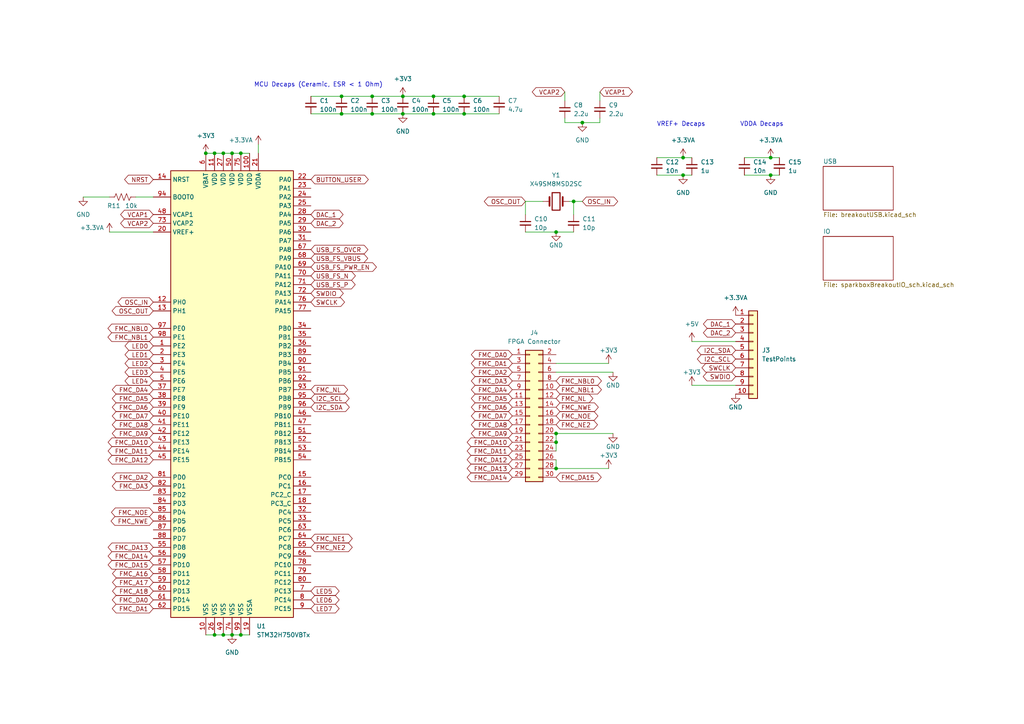
<source format=kicad_sch>
(kicad_sch (version 20211123) (generator eeschema)

  (uuid 639c0e59-e95c-4114-bccd-2e7277505454)

  (paper "A4")

  (lib_symbols
    (symbol "Connector_Generic:Conn_01x10" (pin_names (offset 1.016) hide) (in_bom yes) (on_board yes)
      (property "Reference" "J" (id 0) (at 0 12.7 0)
        (effects (font (size 1.27 1.27)))
      )
      (property "Value" "Conn_01x10" (id 1) (at 0 -15.24 0)
        (effects (font (size 1.27 1.27)))
      )
      (property "Footprint" "" (id 2) (at 0 0 0)
        (effects (font (size 1.27 1.27)) hide)
      )
      (property "Datasheet" "~" (id 3) (at 0 0 0)
        (effects (font (size 1.27 1.27)) hide)
      )
      (property "ki_keywords" "connector" (id 4) (at 0 0 0)
        (effects (font (size 1.27 1.27)) hide)
      )
      (property "ki_description" "Generic connector, single row, 01x10, script generated (kicad-library-utils/schlib/autogen/connector/)" (id 5) (at 0 0 0)
        (effects (font (size 1.27 1.27)) hide)
      )
      (property "ki_fp_filters" "Connector*:*_1x??_*" (id 6) (at 0 0 0)
        (effects (font (size 1.27 1.27)) hide)
      )
      (symbol "Conn_01x10_1_1"
        (rectangle (start -1.27 -12.573) (end 0 -12.827)
          (stroke (width 0.1524) (type default) (color 0 0 0 0))
          (fill (type none))
        )
        (rectangle (start -1.27 -10.033) (end 0 -10.287)
          (stroke (width 0.1524) (type default) (color 0 0 0 0))
          (fill (type none))
        )
        (rectangle (start -1.27 -7.493) (end 0 -7.747)
          (stroke (width 0.1524) (type default) (color 0 0 0 0))
          (fill (type none))
        )
        (rectangle (start -1.27 -4.953) (end 0 -5.207)
          (stroke (width 0.1524) (type default) (color 0 0 0 0))
          (fill (type none))
        )
        (rectangle (start -1.27 -2.413) (end 0 -2.667)
          (stroke (width 0.1524) (type default) (color 0 0 0 0))
          (fill (type none))
        )
        (rectangle (start -1.27 0.127) (end 0 -0.127)
          (stroke (width 0.1524) (type default) (color 0 0 0 0))
          (fill (type none))
        )
        (rectangle (start -1.27 2.667) (end 0 2.413)
          (stroke (width 0.1524) (type default) (color 0 0 0 0))
          (fill (type none))
        )
        (rectangle (start -1.27 5.207) (end 0 4.953)
          (stroke (width 0.1524) (type default) (color 0 0 0 0))
          (fill (type none))
        )
        (rectangle (start -1.27 7.747) (end 0 7.493)
          (stroke (width 0.1524) (type default) (color 0 0 0 0))
          (fill (type none))
        )
        (rectangle (start -1.27 10.287) (end 0 10.033)
          (stroke (width 0.1524) (type default) (color 0 0 0 0))
          (fill (type none))
        )
        (rectangle (start -1.27 11.43) (end 1.27 -13.97)
          (stroke (width 0.254) (type default) (color 0 0 0 0))
          (fill (type background))
        )
        (pin passive line (at -5.08 10.16 0) (length 3.81)
          (name "Pin_1" (effects (font (size 1.27 1.27))))
          (number "1" (effects (font (size 1.27 1.27))))
        )
        (pin passive line (at -5.08 -12.7 0) (length 3.81)
          (name "Pin_10" (effects (font (size 1.27 1.27))))
          (number "10" (effects (font (size 1.27 1.27))))
        )
        (pin passive line (at -5.08 7.62 0) (length 3.81)
          (name "Pin_2" (effects (font (size 1.27 1.27))))
          (number "2" (effects (font (size 1.27 1.27))))
        )
        (pin passive line (at -5.08 5.08 0) (length 3.81)
          (name "Pin_3" (effects (font (size 1.27 1.27))))
          (number "3" (effects (font (size 1.27 1.27))))
        )
        (pin passive line (at -5.08 2.54 0) (length 3.81)
          (name "Pin_4" (effects (font (size 1.27 1.27))))
          (number "4" (effects (font (size 1.27 1.27))))
        )
        (pin passive line (at -5.08 0 0) (length 3.81)
          (name "Pin_5" (effects (font (size 1.27 1.27))))
          (number "5" (effects (font (size 1.27 1.27))))
        )
        (pin passive line (at -5.08 -2.54 0) (length 3.81)
          (name "Pin_6" (effects (font (size 1.27 1.27))))
          (number "6" (effects (font (size 1.27 1.27))))
        )
        (pin passive line (at -5.08 -5.08 0) (length 3.81)
          (name "Pin_7" (effects (font (size 1.27 1.27))))
          (number "7" (effects (font (size 1.27 1.27))))
        )
        (pin passive line (at -5.08 -7.62 0) (length 3.81)
          (name "Pin_8" (effects (font (size 1.27 1.27))))
          (number "8" (effects (font (size 1.27 1.27))))
        )
        (pin passive line (at -5.08 -10.16 0) (length 3.81)
          (name "Pin_9" (effects (font (size 1.27 1.27))))
          (number "9" (effects (font (size 1.27 1.27))))
        )
      )
    )
    (symbol "Connector_Generic:Conn_02x15_Odd_Even" (pin_names (offset 1.016) hide) (in_bom yes) (on_board yes)
      (property "Reference" "J" (id 0) (at 1.27 20.32 0)
        (effects (font (size 1.27 1.27)))
      )
      (property "Value" "Conn_02x15_Odd_Even" (id 1) (at 1.27 -20.32 0)
        (effects (font (size 1.27 1.27)))
      )
      (property "Footprint" "" (id 2) (at 0 0 0)
        (effects (font (size 1.27 1.27)) hide)
      )
      (property "Datasheet" "~" (id 3) (at 0 0 0)
        (effects (font (size 1.27 1.27)) hide)
      )
      (property "ki_keywords" "connector" (id 4) (at 0 0 0)
        (effects (font (size 1.27 1.27)) hide)
      )
      (property "ki_description" "Generic connector, double row, 02x15, odd/even pin numbering scheme (row 1 odd numbers, row 2 even numbers), script generated (kicad-library-utils/schlib/autogen/connector/)" (id 5) (at 0 0 0)
        (effects (font (size 1.27 1.27)) hide)
      )
      (property "ki_fp_filters" "Connector*:*_2x??_*" (id 6) (at 0 0 0)
        (effects (font (size 1.27 1.27)) hide)
      )
      (symbol "Conn_02x15_Odd_Even_1_1"
        (rectangle (start -1.27 -17.653) (end 0 -17.907)
          (stroke (width 0.1524) (type default) (color 0 0 0 0))
          (fill (type none))
        )
        (rectangle (start -1.27 -15.113) (end 0 -15.367)
          (stroke (width 0.1524) (type default) (color 0 0 0 0))
          (fill (type none))
        )
        (rectangle (start -1.27 -12.573) (end 0 -12.827)
          (stroke (width 0.1524) (type default) (color 0 0 0 0))
          (fill (type none))
        )
        (rectangle (start -1.27 -10.033) (end 0 -10.287)
          (stroke (width 0.1524) (type default) (color 0 0 0 0))
          (fill (type none))
        )
        (rectangle (start -1.27 -7.493) (end 0 -7.747)
          (stroke (width 0.1524) (type default) (color 0 0 0 0))
          (fill (type none))
        )
        (rectangle (start -1.27 -4.953) (end 0 -5.207)
          (stroke (width 0.1524) (type default) (color 0 0 0 0))
          (fill (type none))
        )
        (rectangle (start -1.27 -2.413) (end 0 -2.667)
          (stroke (width 0.1524) (type default) (color 0 0 0 0))
          (fill (type none))
        )
        (rectangle (start -1.27 0.127) (end 0 -0.127)
          (stroke (width 0.1524) (type default) (color 0 0 0 0))
          (fill (type none))
        )
        (rectangle (start -1.27 2.667) (end 0 2.413)
          (stroke (width 0.1524) (type default) (color 0 0 0 0))
          (fill (type none))
        )
        (rectangle (start -1.27 5.207) (end 0 4.953)
          (stroke (width 0.1524) (type default) (color 0 0 0 0))
          (fill (type none))
        )
        (rectangle (start -1.27 7.747) (end 0 7.493)
          (stroke (width 0.1524) (type default) (color 0 0 0 0))
          (fill (type none))
        )
        (rectangle (start -1.27 10.287) (end 0 10.033)
          (stroke (width 0.1524) (type default) (color 0 0 0 0))
          (fill (type none))
        )
        (rectangle (start -1.27 12.827) (end 0 12.573)
          (stroke (width 0.1524) (type default) (color 0 0 0 0))
          (fill (type none))
        )
        (rectangle (start -1.27 15.367) (end 0 15.113)
          (stroke (width 0.1524) (type default) (color 0 0 0 0))
          (fill (type none))
        )
        (rectangle (start -1.27 17.907) (end 0 17.653)
          (stroke (width 0.1524) (type default) (color 0 0 0 0))
          (fill (type none))
        )
        (rectangle (start -1.27 19.05) (end 3.81 -19.05)
          (stroke (width 0.254) (type default) (color 0 0 0 0))
          (fill (type background))
        )
        (rectangle (start 3.81 -17.653) (end 2.54 -17.907)
          (stroke (width 0.1524) (type default) (color 0 0 0 0))
          (fill (type none))
        )
        (rectangle (start 3.81 -15.113) (end 2.54 -15.367)
          (stroke (width 0.1524) (type default) (color 0 0 0 0))
          (fill (type none))
        )
        (rectangle (start 3.81 -12.573) (end 2.54 -12.827)
          (stroke (width 0.1524) (type default) (color 0 0 0 0))
          (fill (type none))
        )
        (rectangle (start 3.81 -10.033) (end 2.54 -10.287)
          (stroke (width 0.1524) (type default) (color 0 0 0 0))
          (fill (type none))
        )
        (rectangle (start 3.81 -7.493) (end 2.54 -7.747)
          (stroke (width 0.1524) (type default) (color 0 0 0 0))
          (fill (type none))
        )
        (rectangle (start 3.81 -4.953) (end 2.54 -5.207)
          (stroke (width 0.1524) (type default) (color 0 0 0 0))
          (fill (type none))
        )
        (rectangle (start 3.81 -2.413) (end 2.54 -2.667)
          (stroke (width 0.1524) (type default) (color 0 0 0 0))
          (fill (type none))
        )
        (rectangle (start 3.81 0.127) (end 2.54 -0.127)
          (stroke (width 0.1524) (type default) (color 0 0 0 0))
          (fill (type none))
        )
        (rectangle (start 3.81 2.667) (end 2.54 2.413)
          (stroke (width 0.1524) (type default) (color 0 0 0 0))
          (fill (type none))
        )
        (rectangle (start 3.81 5.207) (end 2.54 4.953)
          (stroke (width 0.1524) (type default) (color 0 0 0 0))
          (fill (type none))
        )
        (rectangle (start 3.81 7.747) (end 2.54 7.493)
          (stroke (width 0.1524) (type default) (color 0 0 0 0))
          (fill (type none))
        )
        (rectangle (start 3.81 10.287) (end 2.54 10.033)
          (stroke (width 0.1524) (type default) (color 0 0 0 0))
          (fill (type none))
        )
        (rectangle (start 3.81 12.827) (end 2.54 12.573)
          (stroke (width 0.1524) (type default) (color 0 0 0 0))
          (fill (type none))
        )
        (rectangle (start 3.81 15.367) (end 2.54 15.113)
          (stroke (width 0.1524) (type default) (color 0 0 0 0))
          (fill (type none))
        )
        (rectangle (start 3.81 17.907) (end 2.54 17.653)
          (stroke (width 0.1524) (type default) (color 0 0 0 0))
          (fill (type none))
        )
        (pin passive line (at -5.08 17.78 0) (length 3.81)
          (name "Pin_1" (effects (font (size 1.27 1.27))))
          (number "1" (effects (font (size 1.27 1.27))))
        )
        (pin passive line (at 7.62 7.62 180) (length 3.81)
          (name "Pin_10" (effects (font (size 1.27 1.27))))
          (number "10" (effects (font (size 1.27 1.27))))
        )
        (pin passive line (at -5.08 5.08 0) (length 3.81)
          (name "Pin_11" (effects (font (size 1.27 1.27))))
          (number "11" (effects (font (size 1.27 1.27))))
        )
        (pin passive line (at 7.62 5.08 180) (length 3.81)
          (name "Pin_12" (effects (font (size 1.27 1.27))))
          (number "12" (effects (font (size 1.27 1.27))))
        )
        (pin passive line (at -5.08 2.54 0) (length 3.81)
          (name "Pin_13" (effects (font (size 1.27 1.27))))
          (number "13" (effects (font (size 1.27 1.27))))
        )
        (pin passive line (at 7.62 2.54 180) (length 3.81)
          (name "Pin_14" (effects (font (size 1.27 1.27))))
          (number "14" (effects (font (size 1.27 1.27))))
        )
        (pin passive line (at -5.08 0 0) (length 3.81)
          (name "Pin_15" (effects (font (size 1.27 1.27))))
          (number "15" (effects (font (size 1.27 1.27))))
        )
        (pin passive line (at 7.62 0 180) (length 3.81)
          (name "Pin_16" (effects (font (size 1.27 1.27))))
          (number "16" (effects (font (size 1.27 1.27))))
        )
        (pin passive line (at -5.08 -2.54 0) (length 3.81)
          (name "Pin_17" (effects (font (size 1.27 1.27))))
          (number "17" (effects (font (size 1.27 1.27))))
        )
        (pin passive line (at 7.62 -2.54 180) (length 3.81)
          (name "Pin_18" (effects (font (size 1.27 1.27))))
          (number "18" (effects (font (size 1.27 1.27))))
        )
        (pin passive line (at -5.08 -5.08 0) (length 3.81)
          (name "Pin_19" (effects (font (size 1.27 1.27))))
          (number "19" (effects (font (size 1.27 1.27))))
        )
        (pin passive line (at 7.62 17.78 180) (length 3.81)
          (name "Pin_2" (effects (font (size 1.27 1.27))))
          (number "2" (effects (font (size 1.27 1.27))))
        )
        (pin passive line (at 7.62 -5.08 180) (length 3.81)
          (name "Pin_20" (effects (font (size 1.27 1.27))))
          (number "20" (effects (font (size 1.27 1.27))))
        )
        (pin passive line (at -5.08 -7.62 0) (length 3.81)
          (name "Pin_21" (effects (font (size 1.27 1.27))))
          (number "21" (effects (font (size 1.27 1.27))))
        )
        (pin passive line (at 7.62 -7.62 180) (length 3.81)
          (name "Pin_22" (effects (font (size 1.27 1.27))))
          (number "22" (effects (font (size 1.27 1.27))))
        )
        (pin passive line (at -5.08 -10.16 0) (length 3.81)
          (name "Pin_23" (effects (font (size 1.27 1.27))))
          (number "23" (effects (font (size 1.27 1.27))))
        )
        (pin passive line (at 7.62 -10.16 180) (length 3.81)
          (name "Pin_24" (effects (font (size 1.27 1.27))))
          (number "24" (effects (font (size 1.27 1.27))))
        )
        (pin passive line (at -5.08 -12.7 0) (length 3.81)
          (name "Pin_25" (effects (font (size 1.27 1.27))))
          (number "25" (effects (font (size 1.27 1.27))))
        )
        (pin passive line (at 7.62 -12.7 180) (length 3.81)
          (name "Pin_26" (effects (font (size 1.27 1.27))))
          (number "26" (effects (font (size 1.27 1.27))))
        )
        (pin passive line (at -5.08 -15.24 0) (length 3.81)
          (name "Pin_27" (effects (font (size 1.27 1.27))))
          (number "27" (effects (font (size 1.27 1.27))))
        )
        (pin passive line (at 7.62 -15.24 180) (length 3.81)
          (name "Pin_28" (effects (font (size 1.27 1.27))))
          (number "28" (effects (font (size 1.27 1.27))))
        )
        (pin passive line (at -5.08 -17.78 0) (length 3.81)
          (name "Pin_29" (effects (font (size 1.27 1.27))))
          (number "29" (effects (font (size 1.27 1.27))))
        )
        (pin passive line (at -5.08 15.24 0) (length 3.81)
          (name "Pin_3" (effects (font (size 1.27 1.27))))
          (number "3" (effects (font (size 1.27 1.27))))
        )
        (pin passive line (at 7.62 -17.78 180) (length 3.81)
          (name "Pin_30" (effects (font (size 1.27 1.27))))
          (number "30" (effects (font (size 1.27 1.27))))
        )
        (pin passive line (at 7.62 15.24 180) (length 3.81)
          (name "Pin_4" (effects (font (size 1.27 1.27))))
          (number "4" (effects (font (size 1.27 1.27))))
        )
        (pin passive line (at -5.08 12.7 0) (length 3.81)
          (name "Pin_5" (effects (font (size 1.27 1.27))))
          (number "5" (effects (font (size 1.27 1.27))))
        )
        (pin passive line (at 7.62 12.7 180) (length 3.81)
          (name "Pin_6" (effects (font (size 1.27 1.27))))
          (number "6" (effects (font (size 1.27 1.27))))
        )
        (pin passive line (at -5.08 10.16 0) (length 3.81)
          (name "Pin_7" (effects (font (size 1.27 1.27))))
          (number "7" (effects (font (size 1.27 1.27))))
        )
        (pin passive line (at 7.62 10.16 180) (length 3.81)
          (name "Pin_8" (effects (font (size 1.27 1.27))))
          (number "8" (effects (font (size 1.27 1.27))))
        )
        (pin passive line (at -5.08 7.62 0) (length 3.81)
          (name "Pin_9" (effects (font (size 1.27 1.27))))
          (number "9" (effects (font (size 1.27 1.27))))
        )
      )
    )
    (symbol "Device:C_Small" (pin_numbers hide) (pin_names (offset 0.254) hide) (in_bom yes) (on_board yes)
      (property "Reference" "C" (id 0) (at 0.254 1.778 0)
        (effects (font (size 1.27 1.27)) (justify left))
      )
      (property "Value" "C_Small" (id 1) (at 0.254 -2.032 0)
        (effects (font (size 1.27 1.27)) (justify left))
      )
      (property "Footprint" "" (id 2) (at 0 0 0)
        (effects (font (size 1.27 1.27)) hide)
      )
      (property "Datasheet" "~" (id 3) (at 0 0 0)
        (effects (font (size 1.27 1.27)) hide)
      )
      (property "ki_keywords" "capacitor cap" (id 4) (at 0 0 0)
        (effects (font (size 1.27 1.27)) hide)
      )
      (property "ki_description" "Unpolarized capacitor, small symbol" (id 5) (at 0 0 0)
        (effects (font (size 1.27 1.27)) hide)
      )
      (property "ki_fp_filters" "C_*" (id 6) (at 0 0 0)
        (effects (font (size 1.27 1.27)) hide)
      )
      (symbol "C_Small_0_1"
        (polyline
          (pts
            (xy -1.524 -0.508)
            (xy 1.524 -0.508)
          )
          (stroke (width 0.3302) (type default) (color 0 0 0 0))
          (fill (type none))
        )
        (polyline
          (pts
            (xy -1.524 0.508)
            (xy 1.524 0.508)
          )
          (stroke (width 0.3048) (type default) (color 0 0 0 0))
          (fill (type none))
        )
      )
      (symbol "C_Small_1_1"
        (pin passive line (at 0 2.54 270) (length 2.032)
          (name "~" (effects (font (size 1.27 1.27))))
          (number "1" (effects (font (size 1.27 1.27))))
        )
        (pin passive line (at 0 -2.54 90) (length 2.032)
          (name "~" (effects (font (size 1.27 1.27))))
          (number "2" (effects (font (size 1.27 1.27))))
        )
      )
    )
    (symbol "Device:Crystal" (pin_numbers hide) (pin_names (offset 1.016) hide) (in_bom yes) (on_board yes)
      (property "Reference" "Y" (id 0) (at 0 3.81 0)
        (effects (font (size 1.27 1.27)))
      )
      (property "Value" "Crystal" (id 1) (at 0 -3.81 0)
        (effects (font (size 1.27 1.27)))
      )
      (property "Footprint" "" (id 2) (at 0 0 0)
        (effects (font (size 1.27 1.27)) hide)
      )
      (property "Datasheet" "~" (id 3) (at 0 0 0)
        (effects (font (size 1.27 1.27)) hide)
      )
      (property "ki_keywords" "quartz ceramic resonator oscillator" (id 4) (at 0 0 0)
        (effects (font (size 1.27 1.27)) hide)
      )
      (property "ki_description" "Two pin crystal" (id 5) (at 0 0 0)
        (effects (font (size 1.27 1.27)) hide)
      )
      (property "ki_fp_filters" "Crystal*" (id 6) (at 0 0 0)
        (effects (font (size 1.27 1.27)) hide)
      )
      (symbol "Crystal_0_1"
        (rectangle (start -1.143 2.54) (end 1.143 -2.54)
          (stroke (width 0.3048) (type default) (color 0 0 0 0))
          (fill (type none))
        )
        (polyline
          (pts
            (xy -2.54 0)
            (xy -1.905 0)
          )
          (stroke (width 0) (type default) (color 0 0 0 0))
          (fill (type none))
        )
        (polyline
          (pts
            (xy -1.905 -1.27)
            (xy -1.905 1.27)
          )
          (stroke (width 0.508) (type default) (color 0 0 0 0))
          (fill (type none))
        )
        (polyline
          (pts
            (xy 1.905 -1.27)
            (xy 1.905 1.27)
          )
          (stroke (width 0.508) (type default) (color 0 0 0 0))
          (fill (type none))
        )
        (polyline
          (pts
            (xy 2.54 0)
            (xy 1.905 0)
          )
          (stroke (width 0) (type default) (color 0 0 0 0))
          (fill (type none))
        )
      )
      (symbol "Crystal_1_1"
        (pin passive line (at -3.81 0 0) (length 1.27)
          (name "1" (effects (font (size 1.27 1.27))))
          (number "1" (effects (font (size 1.27 1.27))))
        )
        (pin passive line (at 3.81 0 180) (length 1.27)
          (name "2" (effects (font (size 1.27 1.27))))
          (number "2" (effects (font (size 1.27 1.27))))
        )
      )
    )
    (symbol "Device:R_US" (pin_numbers hide) (pin_names (offset 0)) (in_bom yes) (on_board yes)
      (property "Reference" "R" (id 0) (at 2.54 0 90)
        (effects (font (size 1.27 1.27)))
      )
      (property "Value" "R_US" (id 1) (at -2.54 0 90)
        (effects (font (size 1.27 1.27)))
      )
      (property "Footprint" "" (id 2) (at 1.016 -0.254 90)
        (effects (font (size 1.27 1.27)) hide)
      )
      (property "Datasheet" "~" (id 3) (at 0 0 0)
        (effects (font (size 1.27 1.27)) hide)
      )
      (property "ki_keywords" "R res resistor" (id 4) (at 0 0 0)
        (effects (font (size 1.27 1.27)) hide)
      )
      (property "ki_description" "Resistor, US symbol" (id 5) (at 0 0 0)
        (effects (font (size 1.27 1.27)) hide)
      )
      (property "ki_fp_filters" "R_*" (id 6) (at 0 0 0)
        (effects (font (size 1.27 1.27)) hide)
      )
      (symbol "R_US_0_1"
        (polyline
          (pts
            (xy 0 -2.286)
            (xy 0 -2.54)
          )
          (stroke (width 0) (type default) (color 0 0 0 0))
          (fill (type none))
        )
        (polyline
          (pts
            (xy 0 2.286)
            (xy 0 2.54)
          )
          (stroke (width 0) (type default) (color 0 0 0 0))
          (fill (type none))
        )
        (polyline
          (pts
            (xy 0 -0.762)
            (xy 1.016 -1.143)
            (xy 0 -1.524)
            (xy -1.016 -1.905)
            (xy 0 -2.286)
          )
          (stroke (width 0) (type default) (color 0 0 0 0))
          (fill (type none))
        )
        (polyline
          (pts
            (xy 0 0.762)
            (xy 1.016 0.381)
            (xy 0 0)
            (xy -1.016 -0.381)
            (xy 0 -0.762)
          )
          (stroke (width 0) (type default) (color 0 0 0 0))
          (fill (type none))
        )
        (polyline
          (pts
            (xy 0 2.286)
            (xy 1.016 1.905)
            (xy 0 1.524)
            (xy -1.016 1.143)
            (xy 0 0.762)
          )
          (stroke (width 0) (type default) (color 0 0 0 0))
          (fill (type none))
        )
      )
      (symbol "R_US_1_1"
        (pin passive line (at 0 3.81 270) (length 1.27)
          (name "~" (effects (font (size 1.27 1.27))))
          (number "1" (effects (font (size 1.27 1.27))))
        )
        (pin passive line (at 0 -3.81 90) (length 1.27)
          (name "~" (effects (font (size 1.27 1.27))))
          (number "2" (effects (font (size 1.27 1.27))))
        )
      )
    )
    (symbol "MCU_ST_STM32H7:STM32H750VBTx" (in_bom yes) (on_board yes)
      (property "Reference" "U" (id 0) (at -17.78 64.77 0)
        (effects (font (size 1.27 1.27)) (justify left))
      )
      (property "Value" "STM32H750VBTx" (id 1) (at 10.16 64.77 0)
        (effects (font (size 1.27 1.27)) (justify left))
      )
      (property "Footprint" "Package_QFP:LQFP-100_14x14mm_P0.5mm" (id 2) (at -17.78 -66.04 0)
        (effects (font (size 1.27 1.27)) (justify right) hide)
      )
      (property "Datasheet" "https://www.st.com/resource/en/datasheet/stm32h750ib.pdf" (id 3) (at 0 0 0)
        (effects (font (size 1.27 1.27)) hide)
      )
      (property "ki_keywords" "ARM Cortex-M7 STM32H7" (id 4) (at 0 0 0)
        (effects (font (size 1.27 1.27)) hide)
      )
      (property "ki_description" "ARM Cortex-M7 MCU, 128KB flash, 864KB RAM, 480MHz, 1.7-3.6V, 82 GPIO, LQFP-100" (id 5) (at 0 0 0)
        (effects (font (size 1.27 1.27)) hide)
      )
      (property "ki_fp_filters" "LQFP*14x14mm*P0.5mm*" (id 6) (at 0 0 0)
        (effects (font (size 1.27 1.27)) hide)
      )
      (symbol "STM32H750VBTx_0_1"
        (rectangle (start -17.78 -66.04) (end 17.78 63.5)
          (stroke (width 0.254) (type default) (color 0 0 0 0))
          (fill (type background))
        )
      )
      (symbol "STM32H750VBTx_1_1"
        (pin bidirectional line (at -22.86 12.7 0) (length 5.08)
          (name "PE2" (effects (font (size 1.27 1.27))))
          (number "1" (effects (font (size 1.27 1.27))))
        )
        (pin power_in line (at -7.62 -71.12 90) (length 5.08)
          (name "VSS" (effects (font (size 1.27 1.27))))
          (number "10" (effects (font (size 1.27 1.27))))
        )
        (pin power_in line (at 5.08 68.58 270) (length 5.08)
          (name "VDD" (effects (font (size 1.27 1.27))))
          (number "100" (effects (font (size 1.27 1.27))))
        )
        (pin power_in line (at -5.08 68.58 270) (length 5.08)
          (name "VDD" (effects (font (size 1.27 1.27))))
          (number "11" (effects (font (size 1.27 1.27))))
        )
        (pin input line (at -22.86 25.4 0) (length 5.08)
          (name "PH0" (effects (font (size 1.27 1.27))))
          (number "12" (effects (font (size 1.27 1.27))))
        )
        (pin input line (at -22.86 22.86 0) (length 5.08)
          (name "PH1" (effects (font (size 1.27 1.27))))
          (number "13" (effects (font (size 1.27 1.27))))
        )
        (pin input line (at -22.86 60.96 0) (length 5.08)
          (name "NRST" (effects (font (size 1.27 1.27))))
          (number "14" (effects (font (size 1.27 1.27))))
        )
        (pin bidirectional line (at 22.86 -25.4 180) (length 5.08)
          (name "PC0" (effects (font (size 1.27 1.27))))
          (number "15" (effects (font (size 1.27 1.27))))
        )
        (pin bidirectional line (at 22.86 -27.94 180) (length 5.08)
          (name "PC1" (effects (font (size 1.27 1.27))))
          (number "16" (effects (font (size 1.27 1.27))))
        )
        (pin bidirectional line (at 22.86 -30.48 180) (length 5.08)
          (name "PC2_C" (effects (font (size 1.27 1.27))))
          (number "17" (effects (font (size 1.27 1.27))))
        )
        (pin bidirectional line (at 22.86 -33.02 180) (length 5.08)
          (name "PC3_C" (effects (font (size 1.27 1.27))))
          (number "18" (effects (font (size 1.27 1.27))))
        )
        (pin power_in line (at 5.08 -71.12 90) (length 5.08)
          (name "VSSA" (effects (font (size 1.27 1.27))))
          (number "19" (effects (font (size 1.27 1.27))))
        )
        (pin bidirectional line (at -22.86 10.16 0) (length 5.08)
          (name "PE3" (effects (font (size 1.27 1.27))))
          (number "2" (effects (font (size 1.27 1.27))))
        )
        (pin bidirectional line (at -22.86 45.72 0) (length 5.08)
          (name "VREF+" (effects (font (size 1.27 1.27))))
          (number "20" (effects (font (size 1.27 1.27))))
        )
        (pin power_in line (at 7.62 68.58 270) (length 5.08)
          (name "VDDA" (effects (font (size 1.27 1.27))))
          (number "21" (effects (font (size 1.27 1.27))))
        )
        (pin bidirectional line (at 22.86 60.96 180) (length 5.08)
          (name "PA0" (effects (font (size 1.27 1.27))))
          (number "22" (effects (font (size 1.27 1.27))))
        )
        (pin bidirectional line (at 22.86 58.42 180) (length 5.08)
          (name "PA1" (effects (font (size 1.27 1.27))))
          (number "23" (effects (font (size 1.27 1.27))))
        )
        (pin bidirectional line (at 22.86 55.88 180) (length 5.08)
          (name "PA2" (effects (font (size 1.27 1.27))))
          (number "24" (effects (font (size 1.27 1.27))))
        )
        (pin bidirectional line (at 22.86 53.34 180) (length 5.08)
          (name "PA3" (effects (font (size 1.27 1.27))))
          (number "25" (effects (font (size 1.27 1.27))))
        )
        (pin power_in line (at -5.08 -71.12 90) (length 5.08)
          (name "VSS" (effects (font (size 1.27 1.27))))
          (number "26" (effects (font (size 1.27 1.27))))
        )
        (pin power_in line (at -2.54 68.58 270) (length 5.08)
          (name "VDD" (effects (font (size 1.27 1.27))))
          (number "27" (effects (font (size 1.27 1.27))))
        )
        (pin bidirectional line (at 22.86 50.8 180) (length 5.08)
          (name "PA4" (effects (font (size 1.27 1.27))))
          (number "28" (effects (font (size 1.27 1.27))))
        )
        (pin bidirectional line (at 22.86 48.26 180) (length 5.08)
          (name "PA5" (effects (font (size 1.27 1.27))))
          (number "29" (effects (font (size 1.27 1.27))))
        )
        (pin bidirectional line (at -22.86 7.62 0) (length 5.08)
          (name "PE4" (effects (font (size 1.27 1.27))))
          (number "3" (effects (font (size 1.27 1.27))))
        )
        (pin bidirectional line (at 22.86 45.72 180) (length 5.08)
          (name "PA6" (effects (font (size 1.27 1.27))))
          (number "30" (effects (font (size 1.27 1.27))))
        )
        (pin bidirectional line (at 22.86 43.18 180) (length 5.08)
          (name "PA7" (effects (font (size 1.27 1.27))))
          (number "31" (effects (font (size 1.27 1.27))))
        )
        (pin bidirectional line (at 22.86 -35.56 180) (length 5.08)
          (name "PC4" (effects (font (size 1.27 1.27))))
          (number "32" (effects (font (size 1.27 1.27))))
        )
        (pin bidirectional line (at 22.86 -38.1 180) (length 5.08)
          (name "PC5" (effects (font (size 1.27 1.27))))
          (number "33" (effects (font (size 1.27 1.27))))
        )
        (pin bidirectional line (at 22.86 17.78 180) (length 5.08)
          (name "PB0" (effects (font (size 1.27 1.27))))
          (number "34" (effects (font (size 1.27 1.27))))
        )
        (pin bidirectional line (at 22.86 15.24 180) (length 5.08)
          (name "PB1" (effects (font (size 1.27 1.27))))
          (number "35" (effects (font (size 1.27 1.27))))
        )
        (pin bidirectional line (at 22.86 12.7 180) (length 5.08)
          (name "PB2" (effects (font (size 1.27 1.27))))
          (number "36" (effects (font (size 1.27 1.27))))
        )
        (pin bidirectional line (at -22.86 0 0) (length 5.08)
          (name "PE7" (effects (font (size 1.27 1.27))))
          (number "37" (effects (font (size 1.27 1.27))))
        )
        (pin bidirectional line (at -22.86 -2.54 0) (length 5.08)
          (name "PE8" (effects (font (size 1.27 1.27))))
          (number "38" (effects (font (size 1.27 1.27))))
        )
        (pin bidirectional line (at -22.86 -5.08 0) (length 5.08)
          (name "PE9" (effects (font (size 1.27 1.27))))
          (number "39" (effects (font (size 1.27 1.27))))
        )
        (pin bidirectional line (at -22.86 5.08 0) (length 5.08)
          (name "PE5" (effects (font (size 1.27 1.27))))
          (number "4" (effects (font (size 1.27 1.27))))
        )
        (pin bidirectional line (at -22.86 -7.62 0) (length 5.08)
          (name "PE10" (effects (font (size 1.27 1.27))))
          (number "40" (effects (font (size 1.27 1.27))))
        )
        (pin bidirectional line (at -22.86 -10.16 0) (length 5.08)
          (name "PE11" (effects (font (size 1.27 1.27))))
          (number "41" (effects (font (size 1.27 1.27))))
        )
        (pin bidirectional line (at -22.86 -12.7 0) (length 5.08)
          (name "PE12" (effects (font (size 1.27 1.27))))
          (number "42" (effects (font (size 1.27 1.27))))
        )
        (pin bidirectional line (at -22.86 -15.24 0) (length 5.08)
          (name "PE13" (effects (font (size 1.27 1.27))))
          (number "43" (effects (font (size 1.27 1.27))))
        )
        (pin bidirectional line (at -22.86 -17.78 0) (length 5.08)
          (name "PE14" (effects (font (size 1.27 1.27))))
          (number "44" (effects (font (size 1.27 1.27))))
        )
        (pin bidirectional line (at -22.86 -20.32 0) (length 5.08)
          (name "PE15" (effects (font (size 1.27 1.27))))
          (number "45" (effects (font (size 1.27 1.27))))
        )
        (pin bidirectional line (at 22.86 -7.62 180) (length 5.08)
          (name "PB10" (effects (font (size 1.27 1.27))))
          (number "46" (effects (font (size 1.27 1.27))))
        )
        (pin bidirectional line (at 22.86 -10.16 180) (length 5.08)
          (name "PB11" (effects (font (size 1.27 1.27))))
          (number "47" (effects (font (size 1.27 1.27))))
        )
        (pin power_in line (at -22.86 50.8 0) (length 5.08)
          (name "VCAP1" (effects (font (size 1.27 1.27))))
          (number "48" (effects (font (size 1.27 1.27))))
        )
        (pin power_in line (at -2.54 -71.12 90) (length 5.08)
          (name "VSS" (effects (font (size 1.27 1.27))))
          (number "49" (effects (font (size 1.27 1.27))))
        )
        (pin bidirectional line (at -22.86 2.54 0) (length 5.08)
          (name "PE6" (effects (font (size 1.27 1.27))))
          (number "5" (effects (font (size 1.27 1.27))))
        )
        (pin power_in line (at 0 68.58 270) (length 5.08)
          (name "VDD" (effects (font (size 1.27 1.27))))
          (number "50" (effects (font (size 1.27 1.27))))
        )
        (pin bidirectional line (at 22.86 -12.7 180) (length 5.08)
          (name "PB12" (effects (font (size 1.27 1.27))))
          (number "51" (effects (font (size 1.27 1.27))))
        )
        (pin bidirectional line (at 22.86 -15.24 180) (length 5.08)
          (name "PB13" (effects (font (size 1.27 1.27))))
          (number "52" (effects (font (size 1.27 1.27))))
        )
        (pin bidirectional line (at 22.86 -17.78 180) (length 5.08)
          (name "PB14" (effects (font (size 1.27 1.27))))
          (number "53" (effects (font (size 1.27 1.27))))
        )
        (pin bidirectional line (at 22.86 -20.32 180) (length 5.08)
          (name "PB15" (effects (font (size 1.27 1.27))))
          (number "54" (effects (font (size 1.27 1.27))))
        )
        (pin bidirectional line (at -22.86 -45.72 0) (length 5.08)
          (name "PD8" (effects (font (size 1.27 1.27))))
          (number "55" (effects (font (size 1.27 1.27))))
        )
        (pin bidirectional line (at -22.86 -48.26 0) (length 5.08)
          (name "PD9" (effects (font (size 1.27 1.27))))
          (number "56" (effects (font (size 1.27 1.27))))
        )
        (pin bidirectional line (at -22.86 -50.8 0) (length 5.08)
          (name "PD10" (effects (font (size 1.27 1.27))))
          (number "57" (effects (font (size 1.27 1.27))))
        )
        (pin bidirectional line (at -22.86 -53.34 0) (length 5.08)
          (name "PD11" (effects (font (size 1.27 1.27))))
          (number "58" (effects (font (size 1.27 1.27))))
        )
        (pin bidirectional line (at -22.86 -55.88 0) (length 5.08)
          (name "PD12" (effects (font (size 1.27 1.27))))
          (number "59" (effects (font (size 1.27 1.27))))
        )
        (pin power_in line (at -7.62 68.58 270) (length 5.08)
          (name "VBAT" (effects (font (size 1.27 1.27))))
          (number "6" (effects (font (size 1.27 1.27))))
        )
        (pin bidirectional line (at -22.86 -58.42 0) (length 5.08)
          (name "PD13" (effects (font (size 1.27 1.27))))
          (number "60" (effects (font (size 1.27 1.27))))
        )
        (pin bidirectional line (at -22.86 -60.96 0) (length 5.08)
          (name "PD14" (effects (font (size 1.27 1.27))))
          (number "61" (effects (font (size 1.27 1.27))))
        )
        (pin bidirectional line (at -22.86 -63.5 0) (length 5.08)
          (name "PD15" (effects (font (size 1.27 1.27))))
          (number "62" (effects (font (size 1.27 1.27))))
        )
        (pin bidirectional line (at 22.86 -40.64 180) (length 5.08)
          (name "PC6" (effects (font (size 1.27 1.27))))
          (number "63" (effects (font (size 1.27 1.27))))
        )
        (pin bidirectional line (at 22.86 -43.18 180) (length 5.08)
          (name "PC7" (effects (font (size 1.27 1.27))))
          (number "64" (effects (font (size 1.27 1.27))))
        )
        (pin bidirectional line (at 22.86 -45.72 180) (length 5.08)
          (name "PC8" (effects (font (size 1.27 1.27))))
          (number "65" (effects (font (size 1.27 1.27))))
        )
        (pin bidirectional line (at 22.86 -48.26 180) (length 5.08)
          (name "PC9" (effects (font (size 1.27 1.27))))
          (number "66" (effects (font (size 1.27 1.27))))
        )
        (pin bidirectional line (at 22.86 40.64 180) (length 5.08)
          (name "PA8" (effects (font (size 1.27 1.27))))
          (number "67" (effects (font (size 1.27 1.27))))
        )
        (pin bidirectional line (at 22.86 38.1 180) (length 5.08)
          (name "PA9" (effects (font (size 1.27 1.27))))
          (number "68" (effects (font (size 1.27 1.27))))
        )
        (pin bidirectional line (at 22.86 35.56 180) (length 5.08)
          (name "PA10" (effects (font (size 1.27 1.27))))
          (number "69" (effects (font (size 1.27 1.27))))
        )
        (pin bidirectional line (at 22.86 -58.42 180) (length 5.08)
          (name "PC13" (effects (font (size 1.27 1.27))))
          (number "7" (effects (font (size 1.27 1.27))))
        )
        (pin bidirectional line (at 22.86 33.02 180) (length 5.08)
          (name "PA11" (effects (font (size 1.27 1.27))))
          (number "70" (effects (font (size 1.27 1.27))))
        )
        (pin bidirectional line (at 22.86 30.48 180) (length 5.08)
          (name "PA12" (effects (font (size 1.27 1.27))))
          (number "71" (effects (font (size 1.27 1.27))))
        )
        (pin bidirectional line (at 22.86 27.94 180) (length 5.08)
          (name "PA13" (effects (font (size 1.27 1.27))))
          (number "72" (effects (font (size 1.27 1.27))))
        )
        (pin power_in line (at -22.86 48.26 0) (length 5.08)
          (name "VCAP2" (effects (font (size 1.27 1.27))))
          (number "73" (effects (font (size 1.27 1.27))))
        )
        (pin power_in line (at 0 -71.12 90) (length 5.08)
          (name "VSS" (effects (font (size 1.27 1.27))))
          (number "74" (effects (font (size 1.27 1.27))))
        )
        (pin power_in line (at 2.54 68.58 270) (length 5.08)
          (name "VDD" (effects (font (size 1.27 1.27))))
          (number "75" (effects (font (size 1.27 1.27))))
        )
        (pin bidirectional line (at 22.86 25.4 180) (length 5.08)
          (name "PA14" (effects (font (size 1.27 1.27))))
          (number "76" (effects (font (size 1.27 1.27))))
        )
        (pin bidirectional line (at 22.86 22.86 180) (length 5.08)
          (name "PA15" (effects (font (size 1.27 1.27))))
          (number "77" (effects (font (size 1.27 1.27))))
        )
        (pin bidirectional line (at 22.86 -50.8 180) (length 5.08)
          (name "PC10" (effects (font (size 1.27 1.27))))
          (number "78" (effects (font (size 1.27 1.27))))
        )
        (pin bidirectional line (at 22.86 -53.34 180) (length 5.08)
          (name "PC11" (effects (font (size 1.27 1.27))))
          (number "79" (effects (font (size 1.27 1.27))))
        )
        (pin bidirectional line (at 22.86 -60.96 180) (length 5.08)
          (name "PC14" (effects (font (size 1.27 1.27))))
          (number "8" (effects (font (size 1.27 1.27))))
        )
        (pin bidirectional line (at 22.86 -55.88 180) (length 5.08)
          (name "PC12" (effects (font (size 1.27 1.27))))
          (number "80" (effects (font (size 1.27 1.27))))
        )
        (pin bidirectional line (at -22.86 -25.4 0) (length 5.08)
          (name "PD0" (effects (font (size 1.27 1.27))))
          (number "81" (effects (font (size 1.27 1.27))))
        )
        (pin bidirectional line (at -22.86 -27.94 0) (length 5.08)
          (name "PD1" (effects (font (size 1.27 1.27))))
          (number "82" (effects (font (size 1.27 1.27))))
        )
        (pin bidirectional line (at -22.86 -30.48 0) (length 5.08)
          (name "PD2" (effects (font (size 1.27 1.27))))
          (number "83" (effects (font (size 1.27 1.27))))
        )
        (pin bidirectional line (at -22.86 -33.02 0) (length 5.08)
          (name "PD3" (effects (font (size 1.27 1.27))))
          (number "84" (effects (font (size 1.27 1.27))))
        )
        (pin bidirectional line (at -22.86 -35.56 0) (length 5.08)
          (name "PD4" (effects (font (size 1.27 1.27))))
          (number "85" (effects (font (size 1.27 1.27))))
        )
        (pin bidirectional line (at -22.86 -38.1 0) (length 5.08)
          (name "PD5" (effects (font (size 1.27 1.27))))
          (number "86" (effects (font (size 1.27 1.27))))
        )
        (pin bidirectional line (at -22.86 -40.64 0) (length 5.08)
          (name "PD6" (effects (font (size 1.27 1.27))))
          (number "87" (effects (font (size 1.27 1.27))))
        )
        (pin bidirectional line (at -22.86 -43.18 0) (length 5.08)
          (name "PD7" (effects (font (size 1.27 1.27))))
          (number "88" (effects (font (size 1.27 1.27))))
        )
        (pin bidirectional line (at 22.86 10.16 180) (length 5.08)
          (name "PB3" (effects (font (size 1.27 1.27))))
          (number "89" (effects (font (size 1.27 1.27))))
        )
        (pin bidirectional line (at 22.86 -63.5 180) (length 5.08)
          (name "PC15" (effects (font (size 1.27 1.27))))
          (number "9" (effects (font (size 1.27 1.27))))
        )
        (pin bidirectional line (at 22.86 7.62 180) (length 5.08)
          (name "PB4" (effects (font (size 1.27 1.27))))
          (number "90" (effects (font (size 1.27 1.27))))
        )
        (pin bidirectional line (at 22.86 5.08 180) (length 5.08)
          (name "PB5" (effects (font (size 1.27 1.27))))
          (number "91" (effects (font (size 1.27 1.27))))
        )
        (pin bidirectional line (at 22.86 2.54 180) (length 5.08)
          (name "PB6" (effects (font (size 1.27 1.27))))
          (number "92" (effects (font (size 1.27 1.27))))
        )
        (pin bidirectional line (at 22.86 0 180) (length 5.08)
          (name "PB7" (effects (font (size 1.27 1.27))))
          (number "93" (effects (font (size 1.27 1.27))))
        )
        (pin input line (at -22.86 55.88 0) (length 5.08)
          (name "BOOT0" (effects (font (size 1.27 1.27))))
          (number "94" (effects (font (size 1.27 1.27))))
        )
        (pin bidirectional line (at 22.86 -2.54 180) (length 5.08)
          (name "PB8" (effects (font (size 1.27 1.27))))
          (number "95" (effects (font (size 1.27 1.27))))
        )
        (pin bidirectional line (at 22.86 -5.08 180) (length 5.08)
          (name "PB9" (effects (font (size 1.27 1.27))))
          (number "96" (effects (font (size 1.27 1.27))))
        )
        (pin bidirectional line (at -22.86 17.78 0) (length 5.08)
          (name "PE0" (effects (font (size 1.27 1.27))))
          (number "97" (effects (font (size 1.27 1.27))))
        )
        (pin bidirectional line (at -22.86 15.24 0) (length 5.08)
          (name "PE1" (effects (font (size 1.27 1.27))))
          (number "98" (effects (font (size 1.27 1.27))))
        )
        (pin power_in line (at 2.54 -71.12 90) (length 5.08)
          (name "VSS" (effects (font (size 1.27 1.27))))
          (number "99" (effects (font (size 1.27 1.27))))
        )
      )
    )
    (symbol "power:+3.3VA" (power) (pin_names (offset 0)) (in_bom yes) (on_board yes)
      (property "Reference" "#PWR" (id 0) (at 0 -3.81 0)
        (effects (font (size 1.27 1.27)) hide)
      )
      (property "Value" "+3.3VA" (id 1) (at 0 3.556 0)
        (effects (font (size 1.27 1.27)))
      )
      (property "Footprint" "" (id 2) (at 0 0 0)
        (effects (font (size 1.27 1.27)) hide)
      )
      (property "Datasheet" "" (id 3) (at 0 0 0)
        (effects (font (size 1.27 1.27)) hide)
      )
      (property "ki_keywords" "power-flag" (id 4) (at 0 0 0)
        (effects (font (size 1.27 1.27)) hide)
      )
      (property "ki_description" "Power symbol creates a global label with name \"+3.3VA\"" (id 5) (at 0 0 0)
        (effects (font (size 1.27 1.27)) hide)
      )
      (symbol "+3.3VA_0_1"
        (polyline
          (pts
            (xy -0.762 1.27)
            (xy 0 2.54)
          )
          (stroke (width 0) (type default) (color 0 0 0 0))
          (fill (type none))
        )
        (polyline
          (pts
            (xy 0 0)
            (xy 0 2.54)
          )
          (stroke (width 0) (type default) (color 0 0 0 0))
          (fill (type none))
        )
        (polyline
          (pts
            (xy 0 2.54)
            (xy 0.762 1.27)
          )
          (stroke (width 0) (type default) (color 0 0 0 0))
          (fill (type none))
        )
      )
      (symbol "+3.3VA_1_1"
        (pin power_in line (at 0 0 90) (length 0) hide
          (name "+3.3VA" (effects (font (size 1.27 1.27))))
          (number "1" (effects (font (size 1.27 1.27))))
        )
      )
    )
    (symbol "power:+3V3" (power) (pin_names (offset 0)) (in_bom yes) (on_board yes)
      (property "Reference" "#PWR" (id 0) (at 0 -3.81 0)
        (effects (font (size 1.27 1.27)) hide)
      )
      (property "Value" "+3V3" (id 1) (at 0 3.556 0)
        (effects (font (size 1.27 1.27)))
      )
      (property "Footprint" "" (id 2) (at 0 0 0)
        (effects (font (size 1.27 1.27)) hide)
      )
      (property "Datasheet" "" (id 3) (at 0 0 0)
        (effects (font (size 1.27 1.27)) hide)
      )
      (property "ki_keywords" "power-flag" (id 4) (at 0 0 0)
        (effects (font (size 1.27 1.27)) hide)
      )
      (property "ki_description" "Power symbol creates a global label with name \"+3V3\"" (id 5) (at 0 0 0)
        (effects (font (size 1.27 1.27)) hide)
      )
      (symbol "+3V3_0_1"
        (polyline
          (pts
            (xy -0.762 1.27)
            (xy 0 2.54)
          )
          (stroke (width 0) (type default) (color 0 0 0 0))
          (fill (type none))
        )
        (polyline
          (pts
            (xy 0 0)
            (xy 0 2.54)
          )
          (stroke (width 0) (type default) (color 0 0 0 0))
          (fill (type none))
        )
        (polyline
          (pts
            (xy 0 2.54)
            (xy 0.762 1.27)
          )
          (stroke (width 0) (type default) (color 0 0 0 0))
          (fill (type none))
        )
      )
      (symbol "+3V3_1_1"
        (pin power_in line (at 0 0 90) (length 0) hide
          (name "+3V3" (effects (font (size 1.27 1.27))))
          (number "1" (effects (font (size 1.27 1.27))))
        )
      )
    )
    (symbol "power:+5V" (power) (pin_names (offset 0)) (in_bom yes) (on_board yes)
      (property "Reference" "#PWR" (id 0) (at 0 -3.81 0)
        (effects (font (size 1.27 1.27)) hide)
      )
      (property "Value" "+5V" (id 1) (at 0 3.556 0)
        (effects (font (size 1.27 1.27)))
      )
      (property "Footprint" "" (id 2) (at 0 0 0)
        (effects (font (size 1.27 1.27)) hide)
      )
      (property "Datasheet" "" (id 3) (at 0 0 0)
        (effects (font (size 1.27 1.27)) hide)
      )
      (property "ki_keywords" "power-flag" (id 4) (at 0 0 0)
        (effects (font (size 1.27 1.27)) hide)
      )
      (property "ki_description" "Power symbol creates a global label with name \"+5V\"" (id 5) (at 0 0 0)
        (effects (font (size 1.27 1.27)) hide)
      )
      (symbol "+5V_0_1"
        (polyline
          (pts
            (xy -0.762 1.27)
            (xy 0 2.54)
          )
          (stroke (width 0) (type default) (color 0 0 0 0))
          (fill (type none))
        )
        (polyline
          (pts
            (xy 0 0)
            (xy 0 2.54)
          )
          (stroke (width 0) (type default) (color 0 0 0 0))
          (fill (type none))
        )
        (polyline
          (pts
            (xy 0 2.54)
            (xy 0.762 1.27)
          )
          (stroke (width 0) (type default) (color 0 0 0 0))
          (fill (type none))
        )
      )
      (symbol "+5V_1_1"
        (pin power_in line (at 0 0 90) (length 0) hide
          (name "+5V" (effects (font (size 1.27 1.27))))
          (number "1" (effects (font (size 1.27 1.27))))
        )
      )
    )
    (symbol "power:GND" (power) (pin_names (offset 0)) (in_bom yes) (on_board yes)
      (property "Reference" "#PWR" (id 0) (at 0 -6.35 0)
        (effects (font (size 1.27 1.27)) hide)
      )
      (property "Value" "GND" (id 1) (at 0 -3.81 0)
        (effects (font (size 1.27 1.27)))
      )
      (property "Footprint" "" (id 2) (at 0 0 0)
        (effects (font (size 1.27 1.27)) hide)
      )
      (property "Datasheet" "" (id 3) (at 0 0 0)
        (effects (font (size 1.27 1.27)) hide)
      )
      (property "ki_keywords" "power-flag" (id 4) (at 0 0 0)
        (effects (font (size 1.27 1.27)) hide)
      )
      (property "ki_description" "Power symbol creates a global label with name \"GND\" , ground" (id 5) (at 0 0 0)
        (effects (font (size 1.27 1.27)) hide)
      )
      (symbol "GND_0_1"
        (polyline
          (pts
            (xy 0 0)
            (xy 0 -1.27)
            (xy 1.27 -1.27)
            (xy 0 -2.54)
            (xy -1.27 -1.27)
            (xy 0 -1.27)
          )
          (stroke (width 0) (type default) (color 0 0 0 0))
          (fill (type none))
        )
      )
      (symbol "GND_1_1"
        (pin power_in line (at 0 0 270) (length 0) hide
          (name "GND" (effects (font (size 1.27 1.27))))
          (number "1" (effects (font (size 1.27 1.27))))
        )
      )
    )
  )

  (junction (at 223.52 50.8) (diameter 0) (color 0 0 0 0)
    (uuid 19bab633-950d-4ff8-8a0b-e56c7d775718)
  )
  (junction (at 125.73 27.94) (diameter 0) (color 0 0 0 0)
    (uuid 1d4bc457-e969-460f-a022-e5fade059bfe)
  )
  (junction (at 64.77 44.45) (diameter 0) (color 0 0 0 0)
    (uuid 365316bd-d4e6-4289-a169-f671f7e2a9dd)
  )
  (junction (at 116.84 27.94) (diameter 0) (color 0 0 0 0)
    (uuid 36786add-c9c9-4600-9ba1-87227aaa690c)
  )
  (junction (at 161.29 67.31) (diameter 0) (color 0 0 0 0)
    (uuid 3e0b373c-bb25-432b-805f-ddc9885664ff)
  )
  (junction (at 59.69 44.45) (diameter 0) (color 0 0 0 0)
    (uuid 423b29a5-0a64-4a21-abba-d842c400f419)
  )
  (junction (at 134.62 33.02) (diameter 0) (color 0 0 0 0)
    (uuid 5d7a8b9f-7ea0-40f3-afd6-b9a1c3e3d9e3)
  )
  (junction (at 69.85 184.15) (diameter 0) (color 0 0 0 0)
    (uuid 5f21bd51-ef03-4f8b-a97a-ce64b0664652)
  )
  (junction (at 161.29 128.27) (diameter 0) (color 0 0 0 0)
    (uuid 6850ce9f-d644-475c-8473-9f77a98004b5)
  )
  (junction (at 64.77 184.15) (diameter 0) (color 0 0 0 0)
    (uuid 6e0fdea7-6c7a-4439-8e09-e0ace6d381db)
  )
  (junction (at 67.31 44.45) (diameter 0) (color 0 0 0 0)
    (uuid 72e10bdd-4da2-43e1-88d4-87db161e0e0a)
  )
  (junction (at 107.95 27.94) (diameter 0) (color 0 0 0 0)
    (uuid 75174a5b-6aec-49e8-bade-5bd6dfe7d3c0)
  )
  (junction (at 116.84 33.02) (diameter 0) (color 0 0 0 0)
    (uuid 763da552-54ae-440b-bda8-b13d59ca871e)
  )
  (junction (at 161.29 135.89) (diameter 0) (color 0 0 0 0)
    (uuid 87af33f3-41a3-4b5e-aeeb-0ac6403351ff)
  )
  (junction (at 99.06 27.94) (diameter 0) (color 0 0 0 0)
    (uuid 8b39e062-5f6e-4a52-9eaf-01739ff1d17e)
  )
  (junction (at 107.95 33.02) (diameter 0) (color 0 0 0 0)
    (uuid 9cacb1b5-02d1-4977-90d0-74d0ffbd13d4)
  )
  (junction (at 99.06 33.02) (diameter 0) (color 0 0 0 0)
    (uuid a237f123-fc8c-4995-aa47-bd78f6107809)
  )
  (junction (at 223.52 45.72) (diameter 0) (color 0 0 0 0)
    (uuid b07f9865-f547-422a-8d0e-610d27e23f84)
  )
  (junction (at 198.12 45.72) (diameter 0) (color 0 0 0 0)
    (uuid b0be0014-0dee-45d2-b071-7c6f75372a28)
  )
  (junction (at 198.12 50.8) (diameter 0) (color 0 0 0 0)
    (uuid bdda8afd-ad13-43b2-afed-dd26d9b0e8d9)
  )
  (junction (at 168.91 35.56) (diameter 0) (color 0 0 0 0)
    (uuid d654a795-65e4-4e9e-90da-34c628b6c09d)
  )
  (junction (at 134.62 27.94) (diameter 0) (color 0 0 0 0)
    (uuid d9e5c0ac-1ffd-4eaf-9458-efff9fe2010d)
  )
  (junction (at 69.85 44.45) (diameter 0) (color 0 0 0 0)
    (uuid e2c7afe0-45c1-41d4-a19a-9455ecc8d930)
  )
  (junction (at 62.23 44.45) (diameter 0) (color 0 0 0 0)
    (uuid e95d2d56-b6f8-4589-a0a0-750ede26454c)
  )
  (junction (at 161.29 125.73) (diameter 0) (color 0 0 0 0)
    (uuid e9e01a40-9ae2-4483-8021-4ef2193791ba)
  )
  (junction (at 62.23 184.15) (diameter 0) (color 0 0 0 0)
    (uuid f2cc4d3c-1836-4dee-b211-c420d224dbaf)
  )
  (junction (at 67.31 184.15) (diameter 0) (color 0 0 0 0)
    (uuid f6ad2a30-83a6-4d8a-9e28-235ca07213d6)
  )
  (junction (at 125.73 33.02) (diameter 0) (color 0 0 0 0)
    (uuid f7876166-ad48-4c32-bddd-455fe30a1ae3)
  )
  (junction (at 166.37 58.42) (diameter 0) (color 0 0 0 0)
    (uuid ffbcb1c0-89b4-414a-9ff5-5d324c835ee4)
  )

  (wire (pts (xy 161.29 125.73) (xy 161.29 128.27))
    (stroke (width 0) (type default) (color 0 0 0 0))
    (uuid 027d6ca7-a491-4e2e-b867-7de671d60632)
  )
  (wire (pts (xy 62.23 44.45) (xy 64.77 44.45))
    (stroke (width 0) (type default) (color 0 0 0 0))
    (uuid 05ae6085-e978-45f2-93ae-494b35cc8961)
  )
  (wire (pts (xy 125.73 27.94) (xy 134.62 27.94))
    (stroke (width 0) (type default) (color 0 0 0 0))
    (uuid 0805b7db-4074-4273-b6b5-cb6c9b40ac78)
  )
  (wire (pts (xy 223.52 50.8) (xy 226.06 50.8))
    (stroke (width 0) (type default) (color 0 0 0 0))
    (uuid 0af22b2b-d63f-4e75-a3a8-368b466772bf)
  )
  (wire (pts (xy 67.31 184.15) (xy 69.85 184.15))
    (stroke (width 0) (type default) (color 0 0 0 0))
    (uuid 12a654f7-38a0-4b95-b8a7-d69d9069fe8f)
  )
  (wire (pts (xy 163.83 35.56) (xy 163.83 34.29))
    (stroke (width 0) (type default) (color 0 0 0 0))
    (uuid 1ca4c1bc-ef83-4357-8bf8-0f22b7ffff8e)
  )
  (wire (pts (xy 134.62 27.94) (xy 144.78 27.94))
    (stroke (width 0) (type default) (color 0 0 0 0))
    (uuid 1ed56b1c-83af-4aa5-91bd-beb5e1e817b7)
  )
  (wire (pts (xy 173.99 35.56) (xy 173.99 34.29))
    (stroke (width 0) (type default) (color 0 0 0 0))
    (uuid 1ff33512-a45c-4226-b1c5-a1319549bf40)
  )
  (wire (pts (xy 74.93 41.91) (xy 74.93 44.45))
    (stroke (width 0) (type default) (color 0 0 0 0))
    (uuid 2010f25d-758f-4eda-a93b-9dea92c7bc48)
  )
  (wire (pts (xy 59.69 44.45) (xy 62.23 44.45))
    (stroke (width 0) (type default) (color 0 0 0 0))
    (uuid 26d82a79-5832-4904-8512-d644546c2d31)
  )
  (wire (pts (xy 152.4 67.31) (xy 161.29 67.31))
    (stroke (width 0) (type default) (color 0 0 0 0))
    (uuid 2c243d78-ff33-4d67-a271-7a28e5104e60)
  )
  (wire (pts (xy 161.29 135.89) (xy 176.53 135.89))
    (stroke (width 0) (type default) (color 0 0 0 0))
    (uuid 2f9ae238-1fb9-4e15-8fa1-677f80c040a6)
  )
  (wire (pts (xy 90.17 27.94) (xy 99.06 27.94))
    (stroke (width 0) (type default) (color 0 0 0 0))
    (uuid 39a95d45-ce6f-4ee8-a9fc-0399cfa55f96)
  )
  (wire (pts (xy 200.66 111.76) (xy 213.36 111.76))
    (stroke (width 0) (type default) (color 0 0 0 0))
    (uuid 46224676-57df-4b0a-bf24-46723abd2afa)
  )
  (wire (pts (xy 215.9 50.8) (xy 223.52 50.8))
    (stroke (width 0) (type default) (color 0 0 0 0))
    (uuid 4d842234-a780-4ace-9015-b164d3915428)
  )
  (wire (pts (xy 161.29 133.35) (xy 161.29 135.89))
    (stroke (width 0) (type default) (color 0 0 0 0))
    (uuid 4efa0593-3f72-4cc8-9012-dc618da5c7b1)
  )
  (wire (pts (xy 223.52 45.72) (xy 226.06 45.72))
    (stroke (width 0) (type default) (color 0 0 0 0))
    (uuid 541a8660-db52-4749-9f98-466300eb32f1)
  )
  (wire (pts (xy 64.77 44.45) (xy 67.31 44.45))
    (stroke (width 0) (type default) (color 0 0 0 0))
    (uuid 5b87cde7-6638-44f1-8b06-f2809f8ba82f)
  )
  (wire (pts (xy 200.66 99.06) (xy 213.36 99.06))
    (stroke (width 0) (type default) (color 0 0 0 0))
    (uuid 649237fb-bc95-478a-b716-32a8bcf97aba)
  )
  (wire (pts (xy 31.75 67.31) (xy 44.45 67.31))
    (stroke (width 0) (type default) (color 0 0 0 0))
    (uuid 69600cb8-e721-49f1-b41b-90d7d9dbad99)
  )
  (wire (pts (xy 44.45 57.15) (xy 39.37 57.15))
    (stroke (width 0) (type default) (color 0 0 0 0))
    (uuid 7113c7f0-1bc6-46ad-95a2-e84bd9392094)
  )
  (wire (pts (xy 67.31 44.45) (xy 69.85 44.45))
    (stroke (width 0) (type default) (color 0 0 0 0))
    (uuid 788b0a81-3d4e-49b0-b681-d81095b4aa60)
  )
  (wire (pts (xy 152.4 58.42) (xy 152.4 62.23))
    (stroke (width 0) (type default) (color 0 0 0 0))
    (uuid 7f0709bc-90ce-4a51-a6a3-15083f7fe8ad)
  )
  (wire (pts (xy 215.9 45.72) (xy 223.52 45.72))
    (stroke (width 0) (type default) (color 0 0 0 0))
    (uuid 8050a95d-237d-49ca-a3e9-55ef76d285d2)
  )
  (wire (pts (xy 161.29 67.31) (xy 166.37 67.31))
    (stroke (width 0) (type default) (color 0 0 0 0))
    (uuid 8083854d-4687-445a-8677-1b21fe5f36a4)
  )
  (wire (pts (xy 107.95 33.02) (xy 116.84 33.02))
    (stroke (width 0) (type default) (color 0 0 0 0))
    (uuid 866579cd-51cc-48eb-a2ac-8d3aa4e70d83)
  )
  (wire (pts (xy 152.4 58.42) (xy 157.48 58.42))
    (stroke (width 0) (type default) (color 0 0 0 0))
    (uuid 894c5013-dc41-4f28-baf0-d09036151515)
  )
  (wire (pts (xy 59.69 184.15) (xy 62.23 184.15))
    (stroke (width 0) (type default) (color 0 0 0 0))
    (uuid 8acdc803-8e75-4aab-a96f-391ec3bd46b3)
  )
  (wire (pts (xy 116.84 33.02) (xy 125.73 33.02))
    (stroke (width 0) (type default) (color 0 0 0 0))
    (uuid 8e475abc-8a56-498c-9e86-1b91522e6052)
  )
  (wire (pts (xy 166.37 58.42) (xy 166.37 62.23))
    (stroke (width 0) (type default) (color 0 0 0 0))
    (uuid 98e7c878-7304-44f6-9e52-434d4f4da9a5)
  )
  (wire (pts (xy 134.62 33.02) (xy 144.78 33.02))
    (stroke (width 0) (type default) (color 0 0 0 0))
    (uuid 9a1d5531-eb8f-47f4-87ff-844287f1e1f6)
  )
  (wire (pts (xy 116.84 27.94) (xy 125.73 27.94))
    (stroke (width 0) (type default) (color 0 0 0 0))
    (uuid a8b70caa-4130-45e1-a9b2-d0d61af6aca9)
  )
  (wire (pts (xy 168.91 35.56) (xy 173.99 35.56))
    (stroke (width 0) (type default) (color 0 0 0 0))
    (uuid a949f344-aff4-446c-acc1-55dc50fc7e3e)
  )
  (wire (pts (xy 190.5 50.8) (xy 198.12 50.8))
    (stroke (width 0) (type default) (color 0 0 0 0))
    (uuid af529603-be91-4497-93dc-b4e161da320c)
  )
  (wire (pts (xy 168.91 35.56) (xy 163.83 35.56))
    (stroke (width 0) (type default) (color 0 0 0 0))
    (uuid ba9de9a1-9d90-407c-96d3-edfb6065a337)
  )
  (wire (pts (xy 165.1 58.42) (xy 166.37 58.42))
    (stroke (width 0) (type default) (color 0 0 0 0))
    (uuid bcee6173-22b2-4630-9f74-a9e3887b8ff2)
  )
  (wire (pts (xy 31.75 57.15) (xy 24.13 57.15))
    (stroke (width 0) (type default) (color 0 0 0 0))
    (uuid be858b44-6b47-4a9e-a873-33cde0b9efdc)
  )
  (wire (pts (xy 198.12 50.8) (xy 200.66 50.8))
    (stroke (width 0) (type default) (color 0 0 0 0))
    (uuid c535edd1-d8b6-4368-88ba-0baee82c7d46)
  )
  (wire (pts (xy 161.29 107.95) (xy 177.8 107.95))
    (stroke (width 0) (type default) (color 0 0 0 0))
    (uuid ca9b1001-3f36-4364-8cd1-7103853a7b04)
  )
  (wire (pts (xy 107.95 27.94) (xy 116.84 27.94))
    (stroke (width 0) (type default) (color 0 0 0 0))
    (uuid d5c11b8f-15f2-484e-aecb-1c1d0bfe3798)
  )
  (wire (pts (xy 69.85 184.15) (xy 72.39 184.15))
    (stroke (width 0) (type default) (color 0 0 0 0))
    (uuid d5d51729-4e21-4d80-94a2-444373dd8986)
  )
  (wire (pts (xy 125.73 33.02) (xy 134.62 33.02))
    (stroke (width 0) (type default) (color 0 0 0 0))
    (uuid d66ab220-eb25-426d-925b-7a527894dcde)
  )
  (wire (pts (xy 69.85 44.45) (xy 72.39 44.45))
    (stroke (width 0) (type default) (color 0 0 0 0))
    (uuid d8f20cfe-4451-4aa4-a51d-f7d4bdc1fef7)
  )
  (wire (pts (xy 161.29 105.41) (xy 176.53 105.41))
    (stroke (width 0) (type default) (color 0 0 0 0))
    (uuid db43bf1b-fd5c-4a08-b779-663eec4fe496)
  )
  (wire (pts (xy 62.23 184.15) (xy 64.77 184.15))
    (stroke (width 0) (type default) (color 0 0 0 0))
    (uuid de02f828-265b-4f66-85e3-892a3136f8e3)
  )
  (wire (pts (xy 90.17 33.02) (xy 99.06 33.02))
    (stroke (width 0) (type default) (color 0 0 0 0))
    (uuid de871bc4-97fd-4b3a-8e9c-efd77e4ac3eb)
  )
  (wire (pts (xy 163.83 26.67) (xy 163.83 29.21))
    (stroke (width 0) (type default) (color 0 0 0 0))
    (uuid def86cb9-6d94-4703-94a9-30308b675713)
  )
  (wire (pts (xy 173.99 26.67) (xy 173.99 29.21))
    (stroke (width 0) (type default) (color 0 0 0 0))
    (uuid df0a45d7-8e47-4818-b987-1aa83c8e05b7)
  )
  (wire (pts (xy 64.77 184.15) (xy 67.31 184.15))
    (stroke (width 0) (type default) (color 0 0 0 0))
    (uuid e1fab5b5-c271-4640-8a43-75bc68933031)
  )
  (wire (pts (xy 161.29 128.27) (xy 161.29 130.81))
    (stroke (width 0) (type default) (color 0 0 0 0))
    (uuid e7fe3356-0e37-43bb-b035-dc00ed3a9b7a)
  )
  (wire (pts (xy 166.37 58.42) (xy 168.91 58.42))
    (stroke (width 0) (type default) (color 0 0 0 0))
    (uuid eb1ed4f4-1f50-4e7e-9c8c-7e0551e0a0d4)
  )
  (wire (pts (xy 99.06 27.94) (xy 107.95 27.94))
    (stroke (width 0) (type default) (color 0 0 0 0))
    (uuid ebdb3bff-ae95-4d51-90e5-8f7d1021c63f)
  )
  (wire (pts (xy 161.29 125.73) (xy 177.8 125.73))
    (stroke (width 0) (type default) (color 0 0 0 0))
    (uuid ef9924a6-a4a7-4f26-8270-732f50cd74d7)
  )
  (wire (pts (xy 198.12 45.72) (xy 200.66 45.72))
    (stroke (width 0) (type default) (color 0 0 0 0))
    (uuid f32ec2dd-54a9-4bf9-981a-b1b609db5fa3)
  )
  (wire (pts (xy 99.06 33.02) (xy 107.95 33.02))
    (stroke (width 0) (type default) (color 0 0 0 0))
    (uuid fa8aef10-163b-40b4-916a-d503e4bc4da4)
  )
  (wire (pts (xy 190.5 45.72) (xy 198.12 45.72))
    (stroke (width 0) (type default) (color 0 0 0 0))
    (uuid fdd0006f-76df-4852-8a85-96f205070c12)
  )

  (text "MCU Decaps (Ceramic, ESR < 1 Ohm)" (at 73.66 25.4 0)
    (effects (font (size 1.27 1.27)) (justify left bottom))
    (uuid 17ddd6a0-d3d4-466a-ab46-a8bc0f036460)
  )
  (text "VDDA Decaps" (at 214.63 36.83 0)
    (effects (font (size 1.27 1.27)) (justify left bottom))
    (uuid 27eadd74-4348-4a45-b1a2-7bca7b6d154e)
  )
  (text "VREF+ Decaps" (at 190.5 36.83 0)
    (effects (font (size 1.27 1.27)) (justify left bottom))
    (uuid 4c2f6fc5-98fb-4271-99af-ca22f49d9625)
  )

  (global_label "FMC_DA5" (shape bidirectional) (at 44.45 115.57 180) (fields_autoplaced)
    (effects (font (size 1.27 1.27)) (justify right))
    (uuid 002071a1-d987-40c7-abf6-dce246c122d7)
    (property "Intersheet References" "${INTERSHEET_REFS}" (id 0) (at 33.6912 115.4906 0)
      (effects (font (size 1.27 1.27)) (justify right) hide)
    )
  )
  (global_label "FMC_DA11" (shape bidirectional) (at 44.45 130.81 180) (fields_autoplaced)
    (effects (font (size 1.27 1.27)) (justify right))
    (uuid 01f71c28-3a2c-4154-b573-f1fc25c56477)
    (property "Intersheet References" "${INTERSHEET_REFS}" (id 0) (at 32.4817 130.7306 0)
      (effects (font (size 1.27 1.27)) (justify right) hide)
    )
  )
  (global_label "LED3" (shape bidirectional) (at 44.45 107.95 180) (fields_autoplaced)
    (effects (font (size 1.27 1.27)) (justify right))
    (uuid 0383d288-b666-44d7-8d6c-7e61e75894fb)
    (property "Intersheet References" "${INTERSHEET_REFS}" (id 0) (at 37.3802 107.8706 0)
      (effects (font (size 1.27 1.27)) (justify right) hide)
    )
  )
  (global_label "FMC_DA0" (shape bidirectional) (at 148.59 102.87 180) (fields_autoplaced)
    (effects (font (size 1.27 1.27)) (justify right))
    (uuid 073fd96f-bd35-4ab3-8558-cfde33b1259f)
    (property "Intersheet References" "${INTERSHEET_REFS}" (id 0) (at 137.8312 102.7906 0)
      (effects (font (size 1.27 1.27)) (justify right) hide)
    )
  )
  (global_label "FMC_DA13" (shape bidirectional) (at 44.45 158.75 180) (fields_autoplaced)
    (effects (font (size 1.27 1.27)) (justify right))
    (uuid 074d9e66-77b2-4b3c-90fe-cd001d55831f)
    (property "Intersheet References" "${INTERSHEET_REFS}" (id 0) (at 32.4817 158.6706 0)
      (effects (font (size 1.27 1.27)) (justify right) hide)
    )
  )
  (global_label "FMC_DA5" (shape bidirectional) (at 148.59 115.57 180) (fields_autoplaced)
    (effects (font (size 1.27 1.27)) (justify right))
    (uuid 0e059889-8378-42b8-b2e6-e094096b34d4)
    (property "Intersheet References" "${INTERSHEET_REFS}" (id 0) (at 137.8312 115.4906 0)
      (effects (font (size 1.27 1.27)) (justify right) hide)
    )
  )
  (global_label "USB_FS_P" (shape bidirectional) (at 90.17 82.55 0) (fields_autoplaced)
    (effects (font (size 1.27 1.27)) (justify left))
    (uuid 0ecda740-9e8b-4992-9166-1019dabda568)
    (property "Intersheet References" "${INTERSHEET_REFS}" (id 0) (at 101.8964 82.4706 0)
      (effects (font (size 1.27 1.27)) (justify left) hide)
    )
  )
  (global_label "NRST" (shape bidirectional) (at 44.45 52.07 180) (fields_autoplaced)
    (effects (font (size 1.27 1.27)) (justify right))
    (uuid 1755b3e7-1bae-4801-8f2b-1b458e23c775)
    (property "Intersheet References" "${INTERSHEET_REFS}" (id 0) (at 37.2593 51.9906 0)
      (effects (font (size 1.27 1.27)) (justify right) hide)
    )
  )
  (global_label "SWCLK" (shape bidirectional) (at 90.17 87.63 0) (fields_autoplaced)
    (effects (font (size 1.27 1.27)) (justify left))
    (uuid 181338c6-254f-4a15-8b32-29242cc23c18)
    (property "Intersheet References" "${INTERSHEET_REFS}" (id 0) (at 98.8121 87.5506 0)
      (effects (font (size 1.27 1.27)) (justify left) hide)
    )
  )
  (global_label "OSC_IN" (shape bidirectional) (at 44.45 87.63 180) (fields_autoplaced)
    (effects (font (size 1.27 1.27)) (justify right))
    (uuid 1c2c8dc2-0b80-4386-887b-6324dfa16b49)
    (property "Intersheet References" "${INTERSHEET_REFS}" (id 0) (at 35.324 87.7094 0)
      (effects (font (size 1.27 1.27)) (justify right) hide)
    )
  )
  (global_label "FMC_DA14" (shape bidirectional) (at 44.45 161.29 180) (fields_autoplaced)
    (effects (font (size 1.27 1.27)) (justify right))
    (uuid 1cb15c91-282e-48b5-a32c-26fb78434c53)
    (property "Intersheet References" "${INTERSHEET_REFS}" (id 0) (at 32.4817 161.2106 0)
      (effects (font (size 1.27 1.27)) (justify right) hide)
    )
  )
  (global_label "OSC_OUT" (shape bidirectional) (at 152.4 58.42 180) (fields_autoplaced)
    (effects (font (size 1.27 1.27)) (justify right))
    (uuid 258c3a78-9614-40fa-86db-222a77778844)
    (property "Intersheet References" "${INTERSHEET_REFS}" (id 0) (at 141.5807 58.4994 0)
      (effects (font (size 1.27 1.27)) (justify right) hide)
    )
  )
  (global_label "I2C_SCL" (shape bidirectional) (at 90.17 115.57 0) (fields_autoplaced)
    (effects (font (size 1.27 1.27)) (justify left))
    (uuid 2c1f8e2c-ae46-4475-b7d7-74929f72f9b0)
    (property "Intersheet References" "${INTERSHEET_REFS}" (id 0) (at 100.1426 115.6494 0)
      (effects (font (size 1.27 1.27)) (justify left) hide)
    )
  )
  (global_label "FMC_A17" (shape bidirectional) (at 44.45 168.91 180) (fields_autoplaced)
    (effects (font (size 1.27 1.27)) (justify right))
    (uuid 2da76c66-df84-4272-b61f-dab66817e436)
    (property "Intersheet References" "${INTERSHEET_REFS}" (id 0) (at 33.7517 168.8306 0)
      (effects (font (size 1.27 1.27)) (justify right) hide)
    )
  )
  (global_label "BUTTON_USER" (shape bidirectional) (at 90.17 52.07 0) (fields_autoplaced)
    (effects (font (size 1.27 1.27)) (justify left))
    (uuid 2e375026-eb1f-41b5-8198-65d547e09f66)
    (property "Intersheet References" "${INTERSHEET_REFS}" (id 0) (at 105.7064 51.9906 0)
      (effects (font (size 1.27 1.27)) (justify left) hide)
    )
  )
  (global_label "FMC_NWE" (shape bidirectional) (at 161.29 118.11 0) (fields_autoplaced)
    (effects (font (size 1.27 1.27)) (justify left))
    (uuid 2e8e10f9-2f75-4a6a-b6dd-1cd018ec7cd0)
    (property "Intersheet References" "${INTERSHEET_REFS}" (id 0) (at 172.4117 118.0306 0)
      (effects (font (size 1.27 1.27)) (justify left) hide)
    )
  )
  (global_label "FMC_DA3" (shape bidirectional) (at 44.45 140.97 180) (fields_autoplaced)
    (effects (font (size 1.27 1.27)) (justify right))
    (uuid 3228d1ce-ed17-488a-ad24-88ec9b7beed1)
    (property "Intersheet References" "${INTERSHEET_REFS}" (id 0) (at 33.6912 140.8906 0)
      (effects (font (size 1.27 1.27)) (justify right) hide)
    )
  )
  (global_label "FMC_DA2" (shape bidirectional) (at 148.59 107.95 180) (fields_autoplaced)
    (effects (font (size 1.27 1.27)) (justify right))
    (uuid 348bc79d-a763-4d60-a15d-0b5d5ef346aa)
    (property "Intersheet References" "${INTERSHEET_REFS}" (id 0) (at 137.8312 107.8706 0)
      (effects (font (size 1.27 1.27)) (justify right) hide)
    )
  )
  (global_label "FMC_DA10" (shape bidirectional) (at 44.45 128.27 180) (fields_autoplaced)
    (effects (font (size 1.27 1.27)) (justify right))
    (uuid 35bbb2ac-72a1-4f96-b2d4-aaf650bc1a58)
    (property "Intersheet References" "${INTERSHEET_REFS}" (id 0) (at 32.4817 128.1906 0)
      (effects (font (size 1.27 1.27)) (justify right) hide)
    )
  )
  (global_label "FMC_DA4" (shape bidirectional) (at 44.45 113.03 180) (fields_autoplaced)
    (effects (font (size 1.27 1.27)) (justify right))
    (uuid 36c2c833-df4a-4a73-8a9f-eb5429b32c9e)
    (property "Intersheet References" "${INTERSHEET_REFS}" (id 0) (at 33.6912 112.9506 0)
      (effects (font (size 1.27 1.27)) (justify right) hide)
    )
  )
  (global_label "FMC_DA8" (shape bidirectional) (at 44.45 123.19 180) (fields_autoplaced)
    (effects (font (size 1.27 1.27)) (justify right))
    (uuid 39fae065-3887-4283-8040-3c1e0c7036d8)
    (property "Intersheet References" "${INTERSHEET_REFS}" (id 0) (at 33.6912 123.1106 0)
      (effects (font (size 1.27 1.27)) (justify right) hide)
    )
  )
  (global_label "LED0" (shape bidirectional) (at 44.45 100.33 180) (fields_autoplaced)
    (effects (font (size 1.27 1.27)) (justify right))
    (uuid 3a9d8674-a004-49a9-a357-42e6cfdd39b3)
    (property "Intersheet References" "${INTERSHEET_REFS}" (id 0) (at 37.3802 100.2506 0)
      (effects (font (size 1.27 1.27)) (justify right) hide)
    )
  )
  (global_label "FMC_DA7" (shape bidirectional) (at 148.59 120.65 180) (fields_autoplaced)
    (effects (font (size 1.27 1.27)) (justify right))
    (uuid 3cf1e09d-abd0-44db-b881-3e79c937917f)
    (property "Intersheet References" "${INTERSHEET_REFS}" (id 0) (at 137.8312 120.5706 0)
      (effects (font (size 1.27 1.27)) (justify right) hide)
    )
  )
  (global_label "LED4" (shape bidirectional) (at 44.45 110.49 180) (fields_autoplaced)
    (effects (font (size 1.27 1.27)) (justify right))
    (uuid 3db0f1b2-be3e-4ad1-86e7-db1e22bbac8d)
    (property "Intersheet References" "${INTERSHEET_REFS}" (id 0) (at 37.3802 110.4106 0)
      (effects (font (size 1.27 1.27)) (justify right) hide)
    )
  )
  (global_label "FMC_NL" (shape bidirectional) (at 90.17 113.03 0) (fields_autoplaced)
    (effects (font (size 1.27 1.27)) (justify left))
    (uuid 44c9ff99-b070-4d4e-9498-79878a4a7565)
    (property "Intersheet References" "${INTERSHEET_REFS}" (id 0) (at 99.7193 112.9506 0)
      (effects (font (size 1.27 1.27)) (justify left) hide)
    )
  )
  (global_label "I2C_SCL" (shape bidirectional) (at 213.36 104.14 180) (fields_autoplaced)
    (effects (font (size 1.27 1.27)) (justify right))
    (uuid 4e111928-f76d-4319-8581-5b10d44611ef)
    (property "Intersheet References" "${INTERSHEET_REFS}" (id 0) (at 203.3874 104.0606 0)
      (effects (font (size 1.27 1.27)) (justify right) hide)
    )
  )
  (global_label "FMC_DA4" (shape bidirectional) (at 148.59 113.03 180) (fields_autoplaced)
    (effects (font (size 1.27 1.27)) (justify right))
    (uuid 57f8009a-2646-42ab-b382-5674ea26c4a2)
    (property "Intersheet References" "${INTERSHEET_REFS}" (id 0) (at 137.8312 112.9506 0)
      (effects (font (size 1.27 1.27)) (justify right) hide)
    )
  )
  (global_label "FMC_DA12" (shape bidirectional) (at 44.45 133.35 180) (fields_autoplaced)
    (effects (font (size 1.27 1.27)) (justify right))
    (uuid 5951e6e7-a19e-4112-862a-35734c54054d)
    (property "Intersheet References" "${INTERSHEET_REFS}" (id 0) (at 32.4817 133.2706 0)
      (effects (font (size 1.27 1.27)) (justify right) hide)
    )
  )
  (global_label "FMC_NOE" (shape bidirectional) (at 161.29 120.65 0) (fields_autoplaced)
    (effects (font (size 1.27 1.27)) (justify left))
    (uuid 5f5d1d28-bb5b-443a-9eb1-a7dfa5d89a80)
    (property "Intersheet References" "${INTERSHEET_REFS}" (id 0) (at 172.2907 120.5706 0)
      (effects (font (size 1.27 1.27)) (justify left) hide)
    )
  )
  (global_label "FMC_NBL1" (shape bidirectional) (at 44.45 97.79 180) (fields_autoplaced)
    (effects (font (size 1.27 1.27)) (justify right))
    (uuid 6297bcaf-5475-472e-bac1-82f9677b3164)
    (property "Intersheet References" "${INTERSHEET_REFS}" (id 0) (at 32.4212 97.7106 0)
      (effects (font (size 1.27 1.27)) (justify right) hide)
    )
  )
  (global_label "DAC_1" (shape bidirectional) (at 213.36 93.98 180) (fields_autoplaced)
    (effects (font (size 1.27 1.27)) (justify right))
    (uuid 62dc79fe-cafa-403e-9613-995bf9a7d70b)
    (property "Intersheet References" "${INTERSHEET_REFS}" (id 0) (at 205.1412 94.0594 0)
      (effects (font (size 1.27 1.27)) (justify right) hide)
    )
  )
  (global_label "FMC_DA15" (shape bidirectional) (at 44.45 163.83 180) (fields_autoplaced)
    (effects (font (size 1.27 1.27)) (justify right))
    (uuid 63d515c8-1d52-49a9-a39f-652b470d1211)
    (property "Intersheet References" "${INTERSHEET_REFS}" (id 0) (at 32.4817 163.7506 0)
      (effects (font (size 1.27 1.27)) (justify right) hide)
    )
  )
  (global_label "FMC_NE2" (shape bidirectional) (at 161.29 123.19 0) (fields_autoplaced)
    (effects (font (size 1.27 1.27)) (justify left))
    (uuid 6487ef0c-2ad1-4618-a916-b0ef6ce5615c)
    (property "Intersheet References" "${INTERSHEET_REFS}" (id 0) (at 172.1698 123.1106 0)
      (effects (font (size 1.27 1.27)) (justify left) hide)
    )
  )
  (global_label "FMC_NBL0" (shape bidirectional) (at 161.29 110.49 0) (fields_autoplaced)
    (effects (font (size 1.27 1.27)) (justify left))
    (uuid 679aad75-1398-4658-8cad-ab33f0975b70)
    (property "Intersheet References" "${INTERSHEET_REFS}" (id 0) (at 173.3188 110.5694 0)
      (effects (font (size 1.27 1.27)) (justify left) hide)
    )
  )
  (global_label "LED1" (shape bidirectional) (at 44.45 102.87 180) (fields_autoplaced)
    (effects (font (size 1.27 1.27)) (justify right))
    (uuid 67e6bd32-a293-41f6-8fa7-4f43682f0713)
    (property "Intersheet References" "${INTERSHEET_REFS}" (id 0) (at 37.3802 102.7906 0)
      (effects (font (size 1.27 1.27)) (justify right) hide)
    )
  )
  (global_label "I2C_SDA" (shape bidirectional) (at 90.17 118.11 0) (fields_autoplaced)
    (effects (font (size 1.27 1.27)) (justify left))
    (uuid 67ef267f-3152-414c-8809-12957c926d07)
    (property "Intersheet References" "${INTERSHEET_REFS}" (id 0) (at 100.2031 118.1894 0)
      (effects (font (size 1.27 1.27)) (justify left) hide)
    )
  )
  (global_label "FMC_NBL1" (shape bidirectional) (at 161.29 113.03 0) (fields_autoplaced)
    (effects (font (size 1.27 1.27)) (justify left))
    (uuid 699ff8d4-2c0e-4217-95dd-298b70b89404)
    (property "Intersheet References" "${INTERSHEET_REFS}" (id 0) (at 173.3188 113.1094 0)
      (effects (font (size 1.27 1.27)) (justify left) hide)
    )
  )
  (global_label "FMC_DA12" (shape bidirectional) (at 148.59 133.35 180) (fields_autoplaced)
    (effects (font (size 1.27 1.27)) (justify right))
    (uuid 69dd8d5a-4709-49f4-aca5-12fd2622477d)
    (property "Intersheet References" "${INTERSHEET_REFS}" (id 0) (at 136.6217 133.2706 0)
      (effects (font (size 1.27 1.27)) (justify right) hide)
    )
  )
  (global_label "FMC_NL" (shape bidirectional) (at 161.29 115.57 0) (fields_autoplaced)
    (effects (font (size 1.27 1.27)) (justify left))
    (uuid 69e2e47e-1a0d-4eaf-9dbd-027c644c9af2)
    (property "Intersheet References" "${INTERSHEET_REFS}" (id 0) (at 170.8393 115.4906 0)
      (effects (font (size 1.27 1.27)) (justify left) hide)
    )
  )
  (global_label "FMC_DA15" (shape bidirectional) (at 161.29 138.43 0) (fields_autoplaced)
    (effects (font (size 1.27 1.27)) (justify left))
    (uuid 6ad32c72-c70b-4cfe-99b4-673919b620cf)
    (property "Intersheet References" "${INTERSHEET_REFS}" (id 0) (at 173.2583 138.5094 0)
      (effects (font (size 1.27 1.27)) (justify left) hide)
    )
  )
  (global_label "FMC_DA6" (shape bidirectional) (at 44.45 118.11 180) (fields_autoplaced)
    (effects (font (size 1.27 1.27)) (justify right))
    (uuid 6d27ea24-d50b-4ff9-bc75-030b3d0d6071)
    (property "Intersheet References" "${INTERSHEET_REFS}" (id 0) (at 33.6912 118.0306 0)
      (effects (font (size 1.27 1.27)) (justify right) hide)
    )
  )
  (global_label "FMC_DA1" (shape bidirectional) (at 44.45 176.53 180) (fields_autoplaced)
    (effects (font (size 1.27 1.27)) (justify right))
    (uuid 6ef8994c-53d5-4214-9ab1-7f6af6893068)
    (property "Intersheet References" "${INTERSHEET_REFS}" (id 0) (at 33.6912 176.4506 0)
      (effects (font (size 1.27 1.27)) (justify right) hide)
    )
  )
  (global_label "FMC_DA7" (shape bidirectional) (at 44.45 120.65 180) (fields_autoplaced)
    (effects (font (size 1.27 1.27)) (justify right))
    (uuid 6fcfcc11-618e-4ece-8f19-11ac33091bd9)
    (property "Intersheet References" "${INTERSHEET_REFS}" (id 0) (at 33.6912 120.5706 0)
      (effects (font (size 1.27 1.27)) (justify right) hide)
    )
  )
  (global_label "LED5" (shape bidirectional) (at 90.17 171.45 0) (fields_autoplaced)
    (effects (font (size 1.27 1.27)) (justify left))
    (uuid 73d014ee-0893-4eff-b75b-6c604b701154)
    (property "Intersheet References" "${INTERSHEET_REFS}" (id 0) (at 97.2398 171.5294 0)
      (effects (font (size 1.27 1.27)) (justify left) hide)
    )
  )
  (global_label "VCAP2" (shape bidirectional) (at 163.83 26.67 180) (fields_autoplaced)
    (effects (font (size 1.27 1.27)) (justify right))
    (uuid 744c94b9-9a46-4eb0-ac43-9ed7187d47b0)
    (property "Intersheet References" "${INTERSHEET_REFS}" (id 0) (at 155.4902 26.5906 0)
      (effects (font (size 1.27 1.27)) (justify right) hide)
    )
  )
  (global_label "USB_FS_PWR_EN" (shape bidirectional) (at 90.17 77.47 0) (fields_autoplaced)
    (effects (font (size 1.27 1.27)) (justify left))
    (uuid 79645c56-207e-48e8-907f-d83bb18fcc28)
    (property "Intersheet References" "${INTERSHEET_REFS}" (id 0) (at 108.065 77.5494 0)
      (effects (font (size 1.27 1.27)) (justify left) hide)
    )
  )
  (global_label "USB_FS_VBUS" (shape bidirectional) (at 90.17 74.93 0) (fields_autoplaced)
    (effects (font (size 1.27 1.27)) (justify left))
    (uuid 7970ac3c-dd9e-4be6-aa99-7794fbcb74b8)
    (property "Intersheet References" "${INTERSHEET_REFS}" (id 0) (at 105.525 74.8506 0)
      (effects (font (size 1.27 1.27)) (justify left) hide)
    )
  )
  (global_label "DAC_1" (shape bidirectional) (at 90.17 62.23 0) (fields_autoplaced)
    (effects (font (size 1.27 1.27)) (justify left))
    (uuid 7a1b57ae-0e08-42f6-a8b5-d0420ce3ae75)
    (property "Intersheet References" "${INTERSHEET_REFS}" (id 0) (at 98.3888 62.1506 0)
      (effects (font (size 1.27 1.27)) (justify left) hide)
    )
  )
  (global_label "USB_FS_N" (shape bidirectional) (at 90.17 80.01 0) (fields_autoplaced)
    (effects (font (size 1.27 1.27)) (justify left))
    (uuid 82da1406-6d12-4ac9-92b9-a93ab1d6a646)
    (property "Intersheet References" "${INTERSHEET_REFS}" (id 0) (at 101.9569 79.9306 0)
      (effects (font (size 1.27 1.27)) (justify left) hide)
    )
  )
  (global_label "FMC_DA13" (shape bidirectional) (at 148.59 135.89 180) (fields_autoplaced)
    (effects (font (size 1.27 1.27)) (justify right))
    (uuid 97d71953-c2cb-42ef-8b0f-ce3287b8fcde)
    (property "Intersheet References" "${INTERSHEET_REFS}" (id 0) (at 136.6217 135.8106 0)
      (effects (font (size 1.27 1.27)) (justify right) hide)
    )
  )
  (global_label "FMC_NE1" (shape bidirectional) (at 90.17 156.21 0) (fields_autoplaced)
    (effects (font (size 1.27 1.27)) (justify left))
    (uuid 9a72cfe2-4bb9-4a7d-86dd-c69359dabb81)
    (property "Intersheet References" "${INTERSHEET_REFS}" (id 0) (at 101.0498 156.1306 0)
      (effects (font (size 1.27 1.27)) (justify left) hide)
    )
  )
  (global_label "FMC_NOE" (shape bidirectional) (at 44.45 148.59 180) (fields_autoplaced)
    (effects (font (size 1.27 1.27)) (justify right))
    (uuid 9c437cf5-0685-45db-b681-1a001bdd4551)
    (property "Intersheet References" "${INTERSHEET_REFS}" (id 0) (at 33.4493 148.6694 0)
      (effects (font (size 1.27 1.27)) (justify right) hide)
    )
  )
  (global_label "OSC_IN" (shape bidirectional) (at 168.91 58.42 0) (fields_autoplaced)
    (effects (font (size 1.27 1.27)) (justify left))
    (uuid 9dd1bb9f-ae01-48e9-a921-abe27425fb06)
    (property "Intersheet References" "${INTERSHEET_REFS}" (id 0) (at 178.036 58.3406 0)
      (effects (font (size 1.27 1.27)) (justify left) hide)
    )
  )
  (global_label "LED6" (shape bidirectional) (at 90.17 173.99 0) (fields_autoplaced)
    (effects (font (size 1.27 1.27)) (justify left))
    (uuid a1d3edb9-8f10-48f5-b17a-e15fa208e123)
    (property "Intersheet References" "${INTERSHEET_REFS}" (id 0) (at 97.2398 174.0694 0)
      (effects (font (size 1.27 1.27)) (justify left) hide)
    )
  )
  (global_label "FMC_DA9" (shape bidirectional) (at 148.59 125.73 180) (fields_autoplaced)
    (effects (font (size 1.27 1.27)) (justify right))
    (uuid a40f0854-603a-4f33-b456-2cc59691aa0c)
    (property "Intersheet References" "${INTERSHEET_REFS}" (id 0) (at 137.8312 125.6506 0)
      (effects (font (size 1.27 1.27)) (justify right) hide)
    )
  )
  (global_label "SWDIO" (shape bidirectional) (at 213.36 109.22 180) (fields_autoplaced)
    (effects (font (size 1.27 1.27)) (justify right))
    (uuid a9a879f6-429a-422f-9cd1-9d46c6d9a893)
    (property "Intersheet References" "${INTERSHEET_REFS}" (id 0) (at 205.0807 109.1406 0)
      (effects (font (size 1.27 1.27)) (justify right) hide)
    )
  )
  (global_label "FMC_NWE" (shape bidirectional) (at 44.45 151.13 180) (fields_autoplaced)
    (effects (font (size 1.27 1.27)) (justify right))
    (uuid aa091121-0ab5-429a-9c09-8837bc3bb63d)
    (property "Intersheet References" "${INTERSHEET_REFS}" (id 0) (at 33.3283 151.2094 0)
      (effects (font (size 1.27 1.27)) (justify right) hide)
    )
  )
  (global_label "OSC_OUT" (shape bidirectional) (at 44.45 90.17 180) (fields_autoplaced)
    (effects (font (size 1.27 1.27)) (justify right))
    (uuid ac0e8166-2ecf-4aea-81d4-4e28d354b795)
    (property "Intersheet References" "${INTERSHEET_REFS}" (id 0) (at 33.6307 90.2494 0)
      (effects (font (size 1.27 1.27)) (justify right) hide)
    )
  )
  (global_label "I2C_SDA" (shape bidirectional) (at 213.36 101.6 180) (fields_autoplaced)
    (effects (font (size 1.27 1.27)) (justify right))
    (uuid ac8d149c-d879-4c54-93f5-6bfdad4aa603)
    (property "Intersheet References" "${INTERSHEET_REFS}" (id 0) (at 203.3269 101.5206 0)
      (effects (font (size 1.27 1.27)) (justify right) hide)
    )
  )
  (global_label "VCAP2" (shape bidirectional) (at 44.45 64.77 180) (fields_autoplaced)
    (effects (font (size 1.27 1.27)) (justify right))
    (uuid b2d04e99-d194-4bd8-8362-e3dc6500cbf6)
    (property "Intersheet References" "${INTERSHEET_REFS}" (id 0) (at 36.1102 64.6906 0)
      (effects (font (size 1.27 1.27)) (justify right) hide)
    )
  )
  (global_label "VCAP1" (shape bidirectional) (at 44.45 62.23 180) (fields_autoplaced)
    (effects (font (size 1.27 1.27)) (justify right))
    (uuid b3661e29-147b-4c86-8e58-9ab321c37700)
    (property "Intersheet References" "${INTERSHEET_REFS}" (id 0) (at 36.1102 62.1506 0)
      (effects (font (size 1.27 1.27)) (justify right) hide)
    )
  )
  (global_label "FMC_DA9" (shape bidirectional) (at 44.45 125.73 180) (fields_autoplaced)
    (effects (font (size 1.27 1.27)) (justify right))
    (uuid b8beedd0-d657-4fd2-b308-d3085a8648bd)
    (property "Intersheet References" "${INTERSHEET_REFS}" (id 0) (at 33.6912 125.6506 0)
      (effects (font (size 1.27 1.27)) (justify right) hide)
    )
  )
  (global_label "DAC_2" (shape bidirectional) (at 90.17 64.77 0) (fields_autoplaced)
    (effects (font (size 1.27 1.27)) (justify left))
    (uuid baf8e14b-8e38-4b94-bf2a-125563092701)
    (property "Intersheet References" "${INTERSHEET_REFS}" (id 0) (at 98.3888 64.8494 0)
      (effects (font (size 1.27 1.27)) (justify left) hide)
    )
  )
  (global_label "DAC_2" (shape bidirectional) (at 213.36 96.52 180) (fields_autoplaced)
    (effects (font (size 1.27 1.27)) (justify right))
    (uuid bb4e20a1-4d6d-49a7-8d85-bf859dd4ad8f)
    (property "Intersheet References" "${INTERSHEET_REFS}" (id 0) (at 205.1412 96.4406 0)
      (effects (font (size 1.27 1.27)) (justify right) hide)
    )
  )
  (global_label "VCAP1" (shape bidirectional) (at 173.99 26.67 0) (fields_autoplaced)
    (effects (font (size 1.27 1.27)) (justify left))
    (uuid bb984f79-1963-4821-bb69-f04a1b90b466)
    (property "Intersheet References" "${INTERSHEET_REFS}" (id 0) (at 182.3298 26.7494 0)
      (effects (font (size 1.27 1.27)) (justify left) hide)
    )
  )
  (global_label "USB_FS_OVCR" (shape bidirectional) (at 90.17 72.39 0) (fields_autoplaced)
    (effects (font (size 1.27 1.27)) (justify left))
    (uuid be8b5ebe-a961-4955-b3ef-6d3a310c5437)
    (property "Intersheet References" "${INTERSHEET_REFS}" (id 0) (at 105.5855 72.3106 0)
      (effects (font (size 1.27 1.27)) (justify left) hide)
    )
  )
  (global_label "FMC_DA8" (shape bidirectional) (at 148.59 123.19 180) (fields_autoplaced)
    (effects (font (size 1.27 1.27)) (justify right))
    (uuid c6bc5d65-a914-45ea-9d12-3617367db2a9)
    (property "Intersheet References" "${INTERSHEET_REFS}" (id 0) (at 137.8312 123.1106 0)
      (effects (font (size 1.27 1.27)) (justify right) hide)
    )
  )
  (global_label "FMC_A18" (shape bidirectional) (at 44.45 171.45 180) (fields_autoplaced)
    (effects (font (size 1.27 1.27)) (justify right))
    (uuid cc6508c1-fa74-4594-850d-c8b17457dc30)
    (property "Intersheet References" "${INTERSHEET_REFS}" (id 0) (at 33.7517 171.3706 0)
      (effects (font (size 1.27 1.27)) (justify right) hide)
    )
  )
  (global_label "FMC_DA10" (shape bidirectional) (at 148.59 128.27 180) (fields_autoplaced)
    (effects (font (size 1.27 1.27)) (justify right))
    (uuid d0b9495c-3eba-4411-82e9-e69246c95c29)
    (property "Intersheet References" "${INTERSHEET_REFS}" (id 0) (at 136.6217 128.1906 0)
      (effects (font (size 1.27 1.27)) (justify right) hide)
    )
  )
  (global_label "FMC_DA3" (shape bidirectional) (at 148.59 110.49 180) (fields_autoplaced)
    (effects (font (size 1.27 1.27)) (justify right))
    (uuid d38048de-6bc1-48b1-a88e-c99cd97b0ca9)
    (property "Intersheet References" "${INTERSHEET_REFS}" (id 0) (at 137.8312 110.4106 0)
      (effects (font (size 1.27 1.27)) (justify right) hide)
    )
  )
  (global_label "FMC_DA1" (shape bidirectional) (at 148.59 105.41 180) (fields_autoplaced)
    (effects (font (size 1.27 1.27)) (justify right))
    (uuid db03d595-dc8c-4a5e-bc67-8e600042e5fa)
    (property "Intersheet References" "${INTERSHEET_REFS}" (id 0) (at 137.8312 105.3306 0)
      (effects (font (size 1.27 1.27)) (justify right) hide)
    )
  )
  (global_label "SWDIO" (shape bidirectional) (at 90.17 85.09 0) (fields_autoplaced)
    (effects (font (size 1.27 1.27)) (justify left))
    (uuid de3e1bed-e386-4511-bda2-d7e6fc390f2d)
    (property "Intersheet References" "${INTERSHEET_REFS}" (id 0) (at 98.4493 85.1694 0)
      (effects (font (size 1.27 1.27)) (justify left) hide)
    )
  )
  (global_label "FMC_NE2" (shape bidirectional) (at 90.17 158.75 0) (fields_autoplaced)
    (effects (font (size 1.27 1.27)) (justify left))
    (uuid dee539a4-96d5-4fca-8acf-66552e75e5f0)
    (property "Intersheet References" "${INTERSHEET_REFS}" (id 0) (at 101.0498 158.6706 0)
      (effects (font (size 1.27 1.27)) (justify left) hide)
    )
  )
  (global_label "FMC_DA0" (shape bidirectional) (at 44.45 173.99 180) (fields_autoplaced)
    (effects (font (size 1.27 1.27)) (justify right))
    (uuid e556a3cb-0bd6-4e04-b014-0dbf29f91514)
    (property "Intersheet References" "${INTERSHEET_REFS}" (id 0) (at 33.6912 173.9106 0)
      (effects (font (size 1.27 1.27)) (justify right) hide)
    )
  )
  (global_label "FMC_DA11" (shape bidirectional) (at 148.59 130.81 180) (fields_autoplaced)
    (effects (font (size 1.27 1.27)) (justify right))
    (uuid e7c2a831-4c65-43fe-8d82-f1a347f75bfb)
    (property "Intersheet References" "${INTERSHEET_REFS}" (id 0) (at 136.6217 130.7306 0)
      (effects (font (size 1.27 1.27)) (justify right) hide)
    )
  )
  (global_label "FMC_DA2" (shape bidirectional) (at 44.45 138.43 180) (fields_autoplaced)
    (effects (font (size 1.27 1.27)) (justify right))
    (uuid e7cdabd0-957c-458a-82f4-8e88d54db1e6)
    (property "Intersheet References" "${INTERSHEET_REFS}" (id 0) (at 33.6912 138.3506 0)
      (effects (font (size 1.27 1.27)) (justify right) hide)
    )
  )
  (global_label "FMC_DA6" (shape bidirectional) (at 148.59 118.11 180) (fields_autoplaced)
    (effects (font (size 1.27 1.27)) (justify right))
    (uuid ed26d778-1613-45ec-a8f9-f4108a089f4f)
    (property "Intersheet References" "${INTERSHEET_REFS}" (id 0) (at 137.8312 118.0306 0)
      (effects (font (size 1.27 1.27)) (justify right) hide)
    )
  )
  (global_label "SWCLK" (shape bidirectional) (at 213.36 106.68 180) (fields_autoplaced)
    (effects (font (size 1.27 1.27)) (justify right))
    (uuid ef14ff7d-933f-4ed7-81b7-b321bc525673)
    (property "Intersheet References" "${INTERSHEET_REFS}" (id 0) (at 204.7179 106.7594 0)
      (effects (font (size 1.27 1.27)) (justify right) hide)
    )
  )
  (global_label "FMC_A16" (shape bidirectional) (at 44.45 166.37 180) (fields_autoplaced)
    (effects (font (size 1.27 1.27)) (justify right))
    (uuid f223c673-49bd-4e1a-be3b-2f48f35a3eb5)
    (property "Intersheet References" "${INTERSHEET_REFS}" (id 0) (at 33.7517 166.4494 0)
      (effects (font (size 1.27 1.27)) (justify right) hide)
    )
  )
  (global_label "FMC_NBL0" (shape bidirectional) (at 44.45 95.25 180) (fields_autoplaced)
    (effects (font (size 1.27 1.27)) (justify right))
    (uuid f482c64b-14c3-4cfd-abf8-87fc13a183cd)
    (property "Intersheet References" "${INTERSHEET_REFS}" (id 0) (at 32.4212 95.1706 0)
      (effects (font (size 1.27 1.27)) (justify right) hide)
    )
  )
  (global_label "FMC_DA14" (shape bidirectional) (at 148.59 138.43 180) (fields_autoplaced)
    (effects (font (size 1.27 1.27)) (justify right))
    (uuid f625351b-fdae-462c-a312-ece5ddd5dac5)
    (property "Intersheet References" "${INTERSHEET_REFS}" (id 0) (at 136.6217 138.3506 0)
      (effects (font (size 1.27 1.27)) (justify right) hide)
    )
  )
  (global_label "LED7" (shape bidirectional) (at 90.17 176.53 0) (fields_autoplaced)
    (effects (font (size 1.27 1.27)) (justify left))
    (uuid f74091e0-5def-436f-add5-7f4cad5a7284)
    (property "Intersheet References" "${INTERSHEET_REFS}" (id 0) (at 97.2398 176.6094 0)
      (effects (font (size 1.27 1.27)) (justify left) hide)
    )
  )
  (global_label "LED2" (shape bidirectional) (at 44.45 105.41 180) (fields_autoplaced)
    (effects (font (size 1.27 1.27)) (justify right))
    (uuid fd2012d9-ff02-4397-9678-d769e22a7d28)
    (property "Intersheet References" "${INTERSHEET_REFS}" (id 0) (at 37.3802 105.3306 0)
      (effects (font (size 1.27 1.27)) (justify right) hide)
    )
  )

  (symbol (lib_id "power:+3.3VA") (at 74.93 41.91 0) (unit 1)
    (in_bom yes) (on_board yes)
    (uuid 052a528f-0550-4a53-aa25-fd4399b010dc)
    (property "Reference" "#PWR013" (id 0) (at 74.93 45.72 0)
      (effects (font (size 1.27 1.27)) hide)
    )
    (property "Value" "+3.3VA" (id 1) (at 69.85 40.64 0))
    (property "Footprint" "" (id 2) (at 74.93 41.91 0)
      (effects (font (size 1.27 1.27)) hide)
    )
    (property "Datasheet" "" (id 3) (at 74.93 41.91 0)
      (effects (font (size 1.27 1.27)) hide)
    )
    (pin "1" (uuid 3513cc76-ec61-4f7b-a97b-45681a949a71))
  )

  (symbol (lib_id "Device:C_Small") (at 190.5 48.26 0) (unit 1)
    (in_bom yes) (on_board yes) (fields_autoplaced)
    (uuid 076d5d9b-27b2-42b9-bfa8-c5c1002ebb01)
    (property "Reference" "C12" (id 0) (at 193.04 46.9962 0)
      (effects (font (size 1.27 1.27)) (justify left))
    )
    (property "Value" "10n" (id 1) (at 193.04 49.5362 0)
      (effects (font (size 1.27 1.27)) (justify left))
    )
    (property "Footprint" "Capacitor_SMD:C_0402_1005Metric" (id 2) (at 190.5 48.26 0)
      (effects (font (size 1.27 1.27)) hide)
    )
    (property "Datasheet" "~" (id 3) (at 190.5 48.26 0)
      (effects (font (size 1.27 1.27)) hide)
    )
    (property "JLPCB Part #" "C15195" (id 4) (at 190.5 48.26 0)
      (effects (font (size 1.27 1.27)) hide)
    )
    (property "JLCPCB Part #" "C15195" (id 5) (at 190.5 48.26 0)
      (effects (font (size 1.27 1.27)) hide)
    )
    (pin "1" (uuid cb81b1c0-3180-47df-afbc-15d496b1c8c7))
    (pin "2" (uuid 967d23c1-e435-4552-92da-09f1ab960504))
  )

  (symbol (lib_id "Device:C_Small") (at 99.06 30.48 0) (unit 1)
    (in_bom yes) (on_board yes) (fields_autoplaced)
    (uuid 0be790c2-7e1d-4094-a371-4791a9edf815)
    (property "Reference" "C2" (id 0) (at 101.6 29.2162 0)
      (effects (font (size 1.27 1.27)) (justify left))
    )
    (property "Value" "100n" (id 1) (at 101.6 31.7562 0)
      (effects (font (size 1.27 1.27)) (justify left))
    )
    (property "Footprint" "Capacitor_SMD:C_0402_1005Metric" (id 2) (at 99.06 30.48 0)
      (effects (font (size 1.27 1.27)) hide)
    )
    (property "Datasheet" "~" (id 3) (at 99.06 30.48 0)
      (effects (font (size 1.27 1.27)) hide)
    )
    (property "JLCPCB Part #" "C1525" (id 5) (at 99.06 30.48 0)
      (effects (font (size 1.27 1.27)) hide)
    )
    (pin "1" (uuid 6556c744-ad23-4334-8ce0-fcbbd45361b2))
    (pin "2" (uuid 6c903fbd-3f3e-4061-bd99-97c1b29370de))
  )

  (symbol (lib_id "power:GND") (at 223.52 50.8 0) (unit 1)
    (in_bom yes) (on_board yes) (fields_autoplaced)
    (uuid 106d0c4c-b23f-4b6f-bbf8-22c596bd0802)
    (property "Reference" "#PWR07" (id 0) (at 223.52 57.15 0)
      (effects (font (size 1.27 1.27)) hide)
    )
    (property "Value" "GND" (id 1) (at 223.52 55.88 0))
    (property "Footprint" "" (id 2) (at 223.52 50.8 0)
      (effects (font (size 1.27 1.27)) hide)
    )
    (property "Datasheet" "" (id 3) (at 223.52 50.8 0)
      (effects (font (size 1.27 1.27)) hide)
    )
    (pin "1" (uuid 34ff045e-5343-464b-ba53-d957cf0381ca))
  )

  (symbol (lib_id "MCU_ST_STM32H7:STM32H750VBTx") (at 67.31 113.03 0) (unit 1)
    (in_bom yes) (on_board yes) (fields_autoplaced)
    (uuid 143e3cc4-f72c-4e37-8452-7366f0a883d2)
    (property "Reference" "U1" (id 0) (at 74.4094 181.61 0)
      (effects (font (size 1.27 1.27)) (justify left))
    )
    (property "Value" "STM32H750VBTx" (id 1) (at 74.4094 184.15 0)
      (effects (font (size 1.27 1.27)) (justify left))
    )
    (property "Footprint" "Package_QFP:LQFP-100_14x14mm_P0.5mm" (id 2) (at 49.53 179.07 0)
      (effects (font (size 1.27 1.27)) (justify right) hide)
    )
    (property "Datasheet" "https://www.st.com/resource/en/datasheet/stm32h750ib.pdf" (id 3) (at 67.31 113.03 0)
      (effects (font (size 1.27 1.27)) hide)
    )
    (property "JLCPCB Part #" " C404010" (id 4) (at 67.31 113.03 0)
      (effects (font (size 1.27 1.27)) hide)
    )
    (pin "1" (uuid c0a8bdb9-1233-4252-a3e1-d53577ab3965))
    (pin "10" (uuid 81563203-3f38-476f-8c61-6b9f8cb2ce15))
    (pin "100" (uuid c2d03123-a94e-44b1-97fe-9ffe016099c7))
    (pin "11" (uuid 8d7af154-2721-44ba-b498-ac0ce9d8b4a9))
    (pin "12" (uuid f4cfca5e-3fe2-4c06-a2d3-476c157e15c2))
    (pin "13" (uuid 2cf19886-b9a8-480e-8384-f778c97aded3))
    (pin "14" (uuid 64ad3065-6ba8-4656-8fff-9ea43c77e9e2))
    (pin "15" (uuid 67830856-f903-447b-8187-3f3da2754ef6))
    (pin "16" (uuid 3d4557fd-ee55-4791-8765-6978105e2052))
    (pin "17" (uuid ff909a9a-572f-4e86-bfc2-659aed1ca1d2))
    (pin "18" (uuid aa2f4f84-e3a9-4d83-9dd0-1d308180dd04))
    (pin "19" (uuid c979e3fc-3b9e-40ca-9e7a-9dca1be94d40))
    (pin "2" (uuid f1dfe0be-9f02-460b-990d-26be7ce55698))
    (pin "20" (uuid 12931b6a-d842-49ef-b0fa-ec18f1c2c521))
    (pin "21" (uuid 0cd306ba-622a-4098-af5d-a86340c460ff))
    (pin "22" (uuid d97be58c-e80b-4548-852f-36c8c9dac97e))
    (pin "23" (uuid c95eed9c-bff6-456a-ae87-f965a9e13cec))
    (pin "24" (uuid afe3bafd-5ffd-471c-8406-320254da5d8d))
    (pin "25" (uuid d5cfb66a-42be-4395-b7d3-19fdca996750))
    (pin "26" (uuid 4459f23d-5ae7-44fd-aa48-ee5e3663de14))
    (pin "27" (uuid 9a48537c-7ee4-4cb6-95a8-3e53eb7446fb))
    (pin "28" (uuid 878fa4e3-4f5c-4186-ab0b-4cf066bcaec2))
    (pin "29" (uuid 3f923cae-a91c-45f5-888b-aa8cf8fcdd31))
    (pin "3" (uuid 33c2433e-a865-4eae-97b5-281c95dfd987))
    (pin "30" (uuid c09baa8b-06a2-4f9d-be8d-65a8eb9b2aa9))
    (pin "31" (uuid 74ae7c08-0bef-4720-8999-961c59cda3fa))
    (pin "32" (uuid 4cf06ce3-7e0f-4c39-8585-7da8d554ffd6))
    (pin "33" (uuid a66ee6bd-1fe5-4620-aafe-c55343bf748a))
    (pin "34" (uuid 5479678a-3de2-4001-9ab1-7581cb066237))
    (pin "35" (uuid d73b8b24-419e-4932-afd8-96eccebc8f8d))
    (pin "36" (uuid 054692e0-8351-4092-b8ab-f1370e32502d))
    (pin "37" (uuid dd3a960a-058b-4b57-8d7a-ed09c3bb5c12))
    (pin "38" (uuid 88d434a9-55ad-4246-941c-8b87f6647bb3))
    (pin "39" (uuid 92baad45-b012-4d93-a1c5-a44658ce067f))
    (pin "4" (uuid aa6d844e-0684-4bbc-a384-fb5ffbeda217))
    (pin "40" (uuid 76ed9131-3b94-4670-a134-a72cdd814efd))
    (pin "41" (uuid c062d9c3-e4a2-4e36-89cb-c3080eaf5a9d))
    (pin "42" (uuid 6c89ddbe-9c20-46d1-836b-e55ccb94f0ca))
    (pin "43" (uuid fe4108df-4df7-4edc-80bf-44daed8852e8))
    (pin "44" (uuid 82e74831-7f1f-404d-81d6-c14fdf80f834))
    (pin "45" (uuid 6675120a-1bb5-4a21-9c8a-a6393bbad16b))
    (pin "46" (uuid 1c50a37e-5449-4fe2-bc6e-322eef695440))
    (pin "47" (uuid d6eb5a90-0560-42ca-9cf5-a7880f28e5e7))
    (pin "48" (uuid 194271d4-e8f8-403e-abae-7391ce5da992))
    (pin "49" (uuid 6d678b7d-68bf-4165-abbd-b10a0e9eb823))
    (pin "5" (uuid bc4c4860-66fe-44ae-9ded-e05fc3454187))
    (pin "50" (uuid d87ba029-b853-429f-a59f-50cf96e23820))
    (pin "51" (uuid 7ae78b64-71a2-4e86-af0a-e463018509f3))
    (pin "52" (uuid 83879123-2390-4687-88f2-681e583a6b58))
    (pin "53" (uuid 7e5e531f-a608-42b3-b280-42e141f0beb4))
    (pin "54" (uuid 775a6a54-8c71-499f-b3bd-81c0d86e6830))
    (pin "55" (uuid 5d0174ff-01bd-4421-9f37-be63c270d588))
    (pin "56" (uuid f0cb739b-6a42-4129-97bf-3e7ba538be04))
    (pin "57" (uuid e56af23c-b592-4059-82cf-4269c0df6233))
    (pin "58" (uuid 334c1fb4-e075-4aab-a795-6bd53f4144ce))
    (pin "59" (uuid b1c368d4-00a8-4087-a95d-7ca56d831a61))
    (pin "6" (uuid c4e996c0-618d-40b6-92be-b2cc9ba39406))
    (pin "60" (uuid 83c96964-edec-4d04-b048-db085da14250))
    (pin "61" (uuid fbb50421-f88c-4d82-969c-09c2a9fef6a9))
    (pin "62" (uuid c83d2c03-50db-496c-9679-d5b497015857))
    (pin "63" (uuid d6fa5304-7c54-4c37-8f85-ce2c6f636019))
    (pin "64" (uuid 7bba3c7b-6d4c-4f02-9b05-36fe342bb819))
    (pin "65" (uuid 736ce1e7-3b7c-4617-b811-451fa30bfe3b))
    (pin "66" (uuid 00e7ea8c-e93e-42aa-9745-be73648f71ea))
    (pin "67" (uuid ff0a73d9-2c09-4ee9-beee-9604df84be92))
    (pin "68" (uuid cfc021bb-abd3-4307-a432-3626ee9ea496))
    (pin "69" (uuid ccc513a3-3e2f-40ea-8677-83724a316d63))
    (pin "7" (uuid 2b720fb1-e4d7-4330-8853-46bab5b648ef))
    (pin "70" (uuid 4b4f8a8e-03cf-40a7-8fad-fe39dfbabdac))
    (pin "71" (uuid 27cf85f4-382e-435f-b059-fa01bd8b37c0))
    (pin "72" (uuid 73247645-0141-46d4-a76c-c310dd91b7db))
    (pin "73" (uuid 54337702-2627-488b-838a-506b74cfa630))
    (pin "74" (uuid 7d20210e-5b46-4f05-8c3b-3d2cf4c945d6))
    (pin "75" (uuid febd3519-3173-45b4-bdcd-95f5f84e190c))
    (pin "76" (uuid 12bb7483-8191-4130-9bc3-47555c91d34f))
    (pin "77" (uuid 0c567b1c-bdc0-425c-95ae-b1348e24195e))
    (pin "78" (uuid f343d275-2be9-4991-8cb2-61412f22e831))
    (pin "79" (uuid d47c8e10-26b1-4427-80eb-653873db6d33))
    (pin "8" (uuid c5d550bd-4537-4ce7-a112-ba75d1140326))
    (pin "80" (uuid 2573e330-9376-4e3b-8985-effab65bd16c))
    (pin "81" (uuid 46b97fa0-e65d-4a75-8ed0-aaa4f575b386))
    (pin "82" (uuid 6b45570f-4ab0-4aec-a972-5e69d449af71))
    (pin "83" (uuid 7a7b24bf-f2fa-43fb-b9d6-927a7a1e5fd4))
    (pin "84" (uuid d01abbee-7a0e-4e5c-b216-e74fbd323ba1))
    (pin "85" (uuid 8016bda9-db11-4c76-bd8c-a1ac025617d9))
    (pin "86" (uuid f7e3d4e9-903a-4555-bb38-c79180426f53))
    (pin "87" (uuid 836aac0e-ac92-4281-beee-cf64cebcda66))
    (pin "88" (uuid e4c667ab-c007-4c88-af21-f31ed6e05ff8))
    (pin "89" (uuid ebd7723d-44b4-4b7f-91fd-b009f41598a1))
    (pin "9" (uuid 945098e0-5579-417f-8cb0-9b4c062e2804))
    (pin "90" (uuid 3d357365-e93c-45fc-888c-b2a34a555832))
    (pin "91" (uuid adf73c1d-591c-47f4-8196-6f32b345fe50))
    (pin "92" (uuid aba9b3f8-d58b-4864-bab4-45a33d324fde))
    (pin "93" (uuid bf3c42c3-1840-4b00-9699-289d36bc3f7c))
    (pin "94" (uuid b55183dd-2fef-48ba-bcf2-38910298dcfb))
    (pin "95" (uuid 41cc37bf-3322-491f-b71a-126277510695))
    (pin "96" (uuid bbc240bd-1c05-40bf-ae3d-d9774793f790))
    (pin "97" (uuid 3c161381-896f-4207-b941-1146b1d1bb97))
    (pin "98" (uuid e42ca440-e514-4b8b-b8a6-a33576fc5c91))
    (pin "99" (uuid 040f8f9b-c142-4b3d-88f8-7b734425cf75))
  )

  (symbol (lib_id "Device:C_Small") (at 125.73 30.48 0) (unit 1)
    (in_bom yes) (on_board yes) (fields_autoplaced)
    (uuid 3115f479-4b01-477a-b628-ff38702fefe9)
    (property "Reference" "C5" (id 0) (at 128.27 29.2162 0)
      (effects (font (size 1.27 1.27)) (justify left))
    )
    (property "Value" "100n" (id 1) (at 128.27 31.7562 0)
      (effects (font (size 1.27 1.27)) (justify left))
    )
    (property "Footprint" "Capacitor_SMD:C_0402_1005Metric" (id 2) (at 125.73 30.48 0)
      (effects (font (size 1.27 1.27)) hide)
    )
    (property "Datasheet" "~" (id 3) (at 125.73 30.48 0)
      (effects (font (size 1.27 1.27)) hide)
    )
    (property "JLCPCB Part #" "C1525" (id 5) (at 125.73 30.48 0)
      (effects (font (size 1.27 1.27)) hide)
    )
    (pin "1" (uuid 4a9ec826-4fb1-4160-9f37-088beb532da1))
    (pin "2" (uuid 7141476e-b600-4ba8-adf7-362664222fb6))
  )

  (symbol (lib_id "Device:C_Small") (at 144.78 30.48 0) (unit 1)
    (in_bom yes) (on_board yes) (fields_autoplaced)
    (uuid 3bf36cd2-e534-48d2-8fb2-4cfca91c4daa)
    (property "Reference" "C7" (id 0) (at 147.32 29.2162 0)
      (effects (font (size 1.27 1.27)) (justify left))
    )
    (property "Value" "4.7u" (id 1) (at 147.32 31.7562 0)
      (effects (font (size 1.27 1.27)) (justify left))
    )
    (property "Footprint" "Capacitor_SMD:C_0402_1005Metric" (id 2) (at 144.78 30.48 0)
      (effects (font (size 1.27 1.27)) hide)
    )
    (property "Datasheet" "~" (id 3) (at 144.78 30.48 0)
      (effects (font (size 1.27 1.27)) hide)
    )
    (property "JLPCB Part #" "C23733" (id 4) (at 144.78 30.48 0)
      (effects (font (size 1.27 1.27)) hide)
    )
    (property "JLCPCB Part #" "C23733" (id 5) (at 144.78 30.48 0)
      (effects (font (size 1.27 1.27)) hide)
    )
    (pin "1" (uuid 77361af9-e581-43f2-ab16-7a2fd86b6655))
    (pin "2" (uuid 6d84b81f-12bf-4878-ba05-50dbc09670cb))
  )

  (symbol (lib_id "power:GND") (at 177.8 107.95 0) (unit 1)
    (in_bom yes) (on_board yes)
    (uuid 3d9166c9-1ef3-45f7-b7b9-6ad74b8fb08f)
    (property "Reference" "#PWR0103" (id 0) (at 177.8 114.3 0)
      (effects (font (size 1.27 1.27)) hide)
    )
    (property "Value" "GND" (id 1) (at 177.8 111.76 0))
    (property "Footprint" "" (id 2) (at 177.8 107.95 0)
      (effects (font (size 1.27 1.27)) hide)
    )
    (property "Datasheet" "" (id 3) (at 177.8 107.95 0)
      (effects (font (size 1.27 1.27)) hide)
    )
    (pin "1" (uuid 1ce19f87-c967-4df7-82b9-1e0738ea9cee))
  )

  (symbol (lib_id "power:GND") (at 24.13 57.15 0) (unit 1)
    (in_bom yes) (on_board yes) (fields_autoplaced)
    (uuid 4932231c-79b8-452e-abc7-7a1f4107fafa)
    (property "Reference" "#PWR02" (id 0) (at 24.13 63.5 0)
      (effects (font (size 1.27 1.27)) hide)
    )
    (property "Value" "GND" (id 1) (at 24.13 62.23 0))
    (property "Footprint" "" (id 2) (at 24.13 57.15 0)
      (effects (font (size 1.27 1.27)) hide)
    )
    (property "Datasheet" "" (id 3) (at 24.13 57.15 0)
      (effects (font (size 1.27 1.27)) hide)
    )
    (pin "1" (uuid eca27ec4-282b-4499-9f7a-6e25f3dfc204))
  )

  (symbol (lib_id "Device:C_Small") (at 152.4 64.77 0) (unit 1)
    (in_bom yes) (on_board yes) (fields_autoplaced)
    (uuid 49340243-2111-46bb-b34c-4b4e49f49d8b)
    (property "Reference" "C10" (id 0) (at 154.94 63.5062 0)
      (effects (font (size 1.27 1.27)) (justify left))
    )
    (property "Value" "10p" (id 1) (at 154.94 66.0462 0)
      (effects (font (size 1.27 1.27)) (justify left))
    )
    (property "Footprint" "Capacitor_SMD:C_0402_1005Metric" (id 2) (at 152.4 64.77 0)
      (effects (font (size 1.27 1.27)) hide)
    )
    (property "Datasheet" "~" (id 3) (at 152.4 64.77 0)
      (effects (font (size 1.27 1.27)) hide)
    )
    (property "JLPCB Part #" "C32949" (id 4) (at 152.4 64.77 0)
      (effects (font (size 1.27 1.27)) hide)
    )
    (property "JLCPCB Part #" "C32949" (id 5) (at 152.4 64.77 0)
      (effects (font (size 1.27 1.27)) hide)
    )
    (pin "1" (uuid a7f8fe10-431f-4239-b3b8-3a49b6ba8183))
    (pin "2" (uuid ed042229-1d1a-4a18-be22-fec16c639071))
  )

  (symbol (lib_id "power:GND") (at 161.29 67.31 0) (unit 1)
    (in_bom yes) (on_board yes)
    (uuid 4b03cbe3-dede-4b6f-bdbc-e6a6e20ebbf4)
    (property "Reference" "#PWR0107" (id 0) (at 161.29 73.66 0)
      (effects (font (size 1.27 1.27)) hide)
    )
    (property "Value" "GND" (id 1) (at 161.29 71.12 0))
    (property "Footprint" "" (id 2) (at 161.29 67.31 0)
      (effects (font (size 1.27 1.27)) hide)
    )
    (property "Datasheet" "" (id 3) (at 161.29 67.31 0)
      (effects (font (size 1.27 1.27)) hide)
    )
    (pin "1" (uuid f29df311-a8b7-40d2-983e-bbdd910ac344))
  )

  (symbol (lib_id "power:GND") (at 116.84 33.02 0) (unit 1)
    (in_bom yes) (on_board yes) (fields_autoplaced)
    (uuid 5160a462-c1e8-4eb8-8974-f15088fed36b)
    (property "Reference" "#PWR015" (id 0) (at 116.84 39.37 0)
      (effects (font (size 1.27 1.27)) hide)
    )
    (property "Value" "GND" (id 1) (at 116.84 38.1 0))
    (property "Footprint" "" (id 2) (at 116.84 33.02 0)
      (effects (font (size 1.27 1.27)) hide)
    )
    (property "Datasheet" "" (id 3) (at 116.84 33.02 0)
      (effects (font (size 1.27 1.27)) hide)
    )
    (pin "1" (uuid f0e8872f-996f-4f9a-8f66-83e6c1f7ee3b))
  )

  (symbol (lib_id "power:+3V3") (at 59.69 44.45 0) (unit 1)
    (in_bom yes) (on_board yes) (fields_autoplaced)
    (uuid 55718ec6-b736-4767-9f00-7f19ac456e3b)
    (property "Reference" "#PWR01" (id 0) (at 59.69 48.26 0)
      (effects (font (size 1.27 1.27)) hide)
    )
    (property "Value" "+3V3" (id 1) (at 59.69 39.37 0))
    (property "Footprint" "" (id 2) (at 59.69 44.45 0)
      (effects (font (size 1.27 1.27)) hide)
    )
    (property "Datasheet" "" (id 3) (at 59.69 44.45 0)
      (effects (font (size 1.27 1.27)) hide)
    )
    (pin "1" (uuid fa9ebd86-fc95-4eb2-a6db-baeeb4bcd15d))
  )

  (symbol (lib_id "power:+3V3") (at 116.84 27.94 0) (unit 1)
    (in_bom yes) (on_board yes) (fields_autoplaced)
    (uuid 55a224f2-782c-4d7e-a5cd-a3b05796bc9b)
    (property "Reference" "#PWR014" (id 0) (at 116.84 31.75 0)
      (effects (font (size 1.27 1.27)) hide)
    )
    (property "Value" "+3V3" (id 1) (at 116.84 22.86 0))
    (property "Footprint" "" (id 2) (at 116.84 27.94 0)
      (effects (font (size 1.27 1.27)) hide)
    )
    (property "Datasheet" "" (id 3) (at 116.84 27.94 0)
      (effects (font (size 1.27 1.27)) hide)
    )
    (pin "1" (uuid db3a2da1-4239-44d4-8314-f19bb5d93105))
  )

  (symbol (lib_id "power:GND") (at 198.12 50.8 0) (unit 1)
    (in_bom yes) (on_board yes) (fields_autoplaced)
    (uuid 5789beff-421d-4b13-b6a6-07260048ec79)
    (property "Reference" "#PWR05" (id 0) (at 198.12 57.15 0)
      (effects (font (size 1.27 1.27)) hide)
    )
    (property "Value" "GND" (id 1) (at 198.12 55.88 0))
    (property "Footprint" "" (id 2) (at 198.12 50.8 0)
      (effects (font (size 1.27 1.27)) hide)
    )
    (property "Datasheet" "" (id 3) (at 198.12 50.8 0)
      (effects (font (size 1.27 1.27)) hide)
    )
    (pin "1" (uuid 981da3c2-b64c-43ad-9d36-3af41c272dec))
  )

  (symbol (lib_id "power:+3V3") (at 176.53 135.89 0) (unit 1)
    (in_bom yes) (on_board yes)
    (uuid 63faa736-51b3-4862-b11f-8f5fadaa96d1)
    (property "Reference" "#PWR0101" (id 0) (at 176.53 139.7 0)
      (effects (font (size 1.27 1.27)) hide)
    )
    (property "Value" "+3V3" (id 1) (at 176.53 132.08 0))
    (property "Footprint" "" (id 2) (at 176.53 135.89 0)
      (effects (font (size 1.27 1.27)) hide)
    )
    (property "Datasheet" "" (id 3) (at 176.53 135.89 0)
      (effects (font (size 1.27 1.27)) hide)
    )
    (pin "1" (uuid b9659042-4989-40b9-b683-ca7446d6fee3))
  )

  (symbol (lib_id "Device:C_Small") (at 166.37 64.77 0) (unit 1)
    (in_bom yes) (on_board yes) (fields_autoplaced)
    (uuid 69d04615-777b-4ac4-beae-4e92793128b3)
    (property "Reference" "C11" (id 0) (at 168.91 63.5062 0)
      (effects (font (size 1.27 1.27)) (justify left))
    )
    (property "Value" "10p" (id 1) (at 168.91 66.0462 0)
      (effects (font (size 1.27 1.27)) (justify left))
    )
    (property "Footprint" "Capacitor_SMD:C_0402_1005Metric" (id 2) (at 166.37 64.77 0)
      (effects (font (size 1.27 1.27)) hide)
    )
    (property "Datasheet" "~" (id 3) (at 166.37 64.77 0)
      (effects (font (size 1.27 1.27)) hide)
    )
    (property "JLPCB Part #" "C32949" (id 4) (at 166.37 64.77 0)
      (effects (font (size 1.27 1.27)) hide)
    )
    (property "JLCPCB Part #" "C32949" (id 5) (at 166.37 64.77 0)
      (effects (font (size 1.27 1.27)) hide)
    )
    (pin "1" (uuid 0fd84609-b068-46e0-8798-6350d97bba5e))
    (pin "2" (uuid f0a632b1-602a-4c88-9267-da37720b3bdc))
  )

  (symbol (lib_id "Device:R_US") (at 35.56 57.15 270) (unit 1)
    (in_bom yes) (on_board yes)
    (uuid 7d07a960-c044-440f-b4fc-f82dab89c834)
    (property "Reference" "R11" (id 0) (at 33.02 59.69 90))
    (property "Value" "10k" (id 1) (at 38.1 59.69 90))
    (property "Footprint" "Resistor_SMD:R_0402_1005Metric" (id 2) (at 35.306 58.166 90)
      (effects (font (size 1.27 1.27)) hide)
    )
    (property "Datasheet" "~" (id 3) (at 35.56 57.15 0)
      (effects (font (size 1.27 1.27)) hide)
    )
    (property "JLPCB Part #" "C25744" (id 4) (at 35.56 57.15 0)
      (effects (font (size 1.27 1.27)) hide)
    )
    (property "JLCPCB Part #" "C25744" (id 5) (at 35.56 57.15 0)
      (effects (font (size 1.27 1.27)) hide)
    )
    (pin "1" (uuid bb71b2bd-0f78-481e-8753-efc6bbc589b1))
    (pin "2" (uuid ca43fb8d-7115-422d-b6e2-f4d8a7ae9a35))
  )

  (symbol (lib_id "power:+3V3") (at 200.66 111.76 0) (unit 1)
    (in_bom yes) (on_board yes)
    (uuid 84ff7a5c-1fd1-4086-9ecb-d2272502d918)
    (property "Reference" "#PWR0109" (id 0) (at 200.66 115.57 0)
      (effects (font (size 1.27 1.27)) hide)
    )
    (property "Value" "+3V3" (id 1) (at 200.66 107.95 0))
    (property "Footprint" "" (id 2) (at 200.66 111.76 0)
      (effects (font (size 1.27 1.27)) hide)
    )
    (property "Datasheet" "" (id 3) (at 200.66 111.76 0)
      (effects (font (size 1.27 1.27)) hide)
    )
    (pin "1" (uuid 3414f414-947d-4275-a1e3-63c93a897d97))
  )

  (symbol (lib_id "power:GND") (at 213.36 114.3 0) (unit 1)
    (in_bom yes) (on_board yes)
    (uuid 86acdc9b-7cba-4c87-abec-ddcc365a3f4c)
    (property "Reference" "#PWR09" (id 0) (at 213.36 120.65 0)
      (effects (font (size 1.27 1.27)) hide)
    )
    (property "Value" "GND" (id 1) (at 213.36 118.11 0))
    (property "Footprint" "" (id 2) (at 213.36 114.3 0)
      (effects (font (size 1.27 1.27)) hide)
    )
    (property "Datasheet" "" (id 3) (at 213.36 114.3 0)
      (effects (font (size 1.27 1.27)) hide)
    )
    (pin "1" (uuid 952756dc-ffd9-4028-8040-6c41a7409785))
  )

  (symbol (lib_id "power:+3.3VA") (at 213.36 91.44 0) (unit 1)
    (in_bom yes) (on_board yes) (fields_autoplaced)
    (uuid 91351646-92f6-4f90-b533-72516b3ea721)
    (property "Reference" "#PWR0123" (id 0) (at 213.36 95.25 0)
      (effects (font (size 1.27 1.27)) hide)
    )
    (property "Value" "+3.3VA" (id 1) (at 213.36 86.36 0))
    (property "Footprint" "" (id 2) (at 213.36 91.44 0)
      (effects (font (size 1.27 1.27)) hide)
    )
    (property "Datasheet" "" (id 3) (at 213.36 91.44 0)
      (effects (font (size 1.27 1.27)) hide)
    )
    (pin "1" (uuid 703dd971-c8c9-464a-9298-accb0f3b355d))
  )

  (symbol (lib_id "Connector_Generic:Conn_02x15_Odd_Even") (at 153.67 120.65 0) (unit 1)
    (in_bom yes) (on_board yes) (fields_autoplaced)
    (uuid 918232a0-d2e7-4038-b036-42c217bca1a5)
    (property "Reference" "J4" (id 0) (at 154.94 96.52 0))
    (property "Value" "FPGA Connector" (id 1) (at 154.94 99.06 0))
    (property "Footprint" "Connector_PinHeader_2.54mm:PinHeader_2x15_P2.54mm_Vertical" (id 2) (at 153.67 120.65 0)
      (effects (font (size 1.27 1.27)) hide)
    )
    (property "Datasheet" "~" (id 3) (at 153.67 120.65 0)
      (effects (font (size 1.27 1.27)) hide)
    )
    (property "JLPCB Part #" "C56496" (id 4) (at 153.67 120.65 0)
      (effects (font (size 1.27 1.27)) hide)
    )
    (property "JLCPCB Part #" "C56496" (id 5) (at 153.67 120.65 0)
      (effects (font (size 1.27 1.27)) hide)
    )
    (pin "1" (uuid 21aebbca-77b7-4716-9e34-729899f8b713))
    (pin "10" (uuid 324a11d3-435f-4dac-9eda-0bf37e36a9e4))
    (pin "11" (uuid 43f54066-158f-462b-9282-04327d0da01a))
    (pin "12" (uuid 266da339-48a7-4342-a762-7ab083224f24))
    (pin "13" (uuid ff93c5bd-f697-4f4b-b9c7-ee037adb0163))
    (pin "14" (uuid e7adf8c8-a780-4083-8914-d4d6cd538506))
    (pin "15" (uuid 1bd480d0-4658-43ef-ad96-0e32013f3a20))
    (pin "16" (uuid 53d9276d-3147-4951-bfd5-e52ee11cb776))
    (pin "17" (uuid ddf9138b-c638-47d0-a40b-d2049cd8661c))
    (pin "18" (uuid 9632092b-efe5-4c72-9b89-c14dd98bd49a))
    (pin "19" (uuid e701cfa1-de41-4c55-8489-5717838f8cd9))
    (pin "2" (uuid 3fbe72aa-b409-4ff1-aff9-8bcc1af02a90))
    (pin "20" (uuid f05c645c-ab21-482e-894e-ea181d43ceb1))
    (pin "21" (uuid c0ef4d11-c7e3-436c-9c2e-2e74f67018d4))
    (pin "22" (uuid 3d9cb293-93a9-46f3-9e80-4657ce50ae5f))
    (pin "23" (uuid 4b03e0f3-9e45-4421-9ccd-a66af2c68cc9))
    (pin "24" (uuid 1b28e93e-476a-4063-bb46-463c0836ac41))
    (pin "25" (uuid b3cc0685-d161-4771-8d52-58cecbca0d9b))
    (pin "26" (uuid 5cb36327-83a0-4c11-9ce9-f105bce22cb2))
    (pin "27" (uuid 9f0df0db-34ed-4aca-8400-a4bc646665f9))
    (pin "28" (uuid 871800ed-dad7-4b1a-8450-171c9e7c04fa))
    (pin "29" (uuid ddfe1a0e-47a6-4868-bca7-a5e393f86874))
    (pin "3" (uuid 748229f1-0503-493c-aca6-4c0378752480))
    (pin "30" (uuid 749c8931-dc85-4c6c-8d16-9fe47e058185))
    (pin "4" (uuid 7c325516-feab-4a63-b7ed-2d08a91797d9))
    (pin "5" (uuid 011e7a39-1f2b-4aa9-b713-80af67cc021b))
    (pin "6" (uuid 2d085a4f-f516-457f-8334-4e6e9429846b))
    (pin "7" (uuid eeaf824e-4ff9-4425-9482-4f0bf5def4b1))
    (pin "8" (uuid a9a98715-8fcf-41a3-b2c5-f6ab6ea9a8c3))
    (pin "9" (uuid 81935258-836f-4e9f-93a4-4b6e1209195a))
  )

  (symbol (lib_id "Device:C_Small") (at 107.95 30.48 0) (unit 1)
    (in_bom yes) (on_board yes) (fields_autoplaced)
    (uuid 92eadf5d-8e1d-48cc-8200-9121f48ed71a)
    (property "Reference" "C3" (id 0) (at 110.49 29.2162 0)
      (effects (font (size 1.27 1.27)) (justify left))
    )
    (property "Value" "100n" (id 1) (at 110.49 31.7562 0)
      (effects (font (size 1.27 1.27)) (justify left))
    )
    (property "Footprint" "Capacitor_SMD:C_0402_1005Metric" (id 2) (at 107.95 30.48 0)
      (effects (font (size 1.27 1.27)) hide)
    )
    (property "Datasheet" "~" (id 3) (at 107.95 30.48 0)
      (effects (font (size 1.27 1.27)) hide)
    )
    (property "JLCPCB Part #" "C1525" (id 5) (at 107.95 30.48 0)
      (effects (font (size 1.27 1.27)) hide)
    )
    (pin "1" (uuid 3c1d4845-ffe8-4e18-bcd7-9b98e989b708))
    (pin "2" (uuid 4096c630-15b5-466c-a875-e26b6ab1c851))
  )

  (symbol (lib_id "power:GND") (at 168.91 35.56 0) (unit 1)
    (in_bom yes) (on_board yes) (fields_autoplaced)
    (uuid 991876e5-24e2-4e44-a2ff-56a062dc277f)
    (property "Reference" "#PWR08" (id 0) (at 168.91 41.91 0)
      (effects (font (size 1.27 1.27)) hide)
    )
    (property "Value" "GND" (id 1) (at 168.91 40.64 0))
    (property "Footprint" "" (id 2) (at 168.91 35.56 0)
      (effects (font (size 1.27 1.27)) hide)
    )
    (property "Datasheet" "" (id 3) (at 168.91 35.56 0)
      (effects (font (size 1.27 1.27)) hide)
    )
    (pin "1" (uuid ceeec85b-d741-447a-898f-58717438213d))
  )

  (symbol (lib_id "Device:C_Small") (at 226.06 48.26 0) (unit 1)
    (in_bom yes) (on_board yes) (fields_autoplaced)
    (uuid 9d42e766-92c8-4cae-adae-bed752bcc7fc)
    (property "Reference" "C15" (id 0) (at 228.6 46.9962 0)
      (effects (font (size 1.27 1.27)) (justify left))
    )
    (property "Value" "1u" (id 1) (at 228.6 49.5362 0)
      (effects (font (size 1.27 1.27)) (justify left))
    )
    (property "Footprint" "Capacitor_SMD:C_0402_1005Metric" (id 2) (at 226.06 48.26 0)
      (effects (font (size 1.27 1.27)) hide)
    )
    (property "Datasheet" "~" (id 3) (at 226.06 48.26 0)
      (effects (font (size 1.27 1.27)) hide)
    )
    (property "JLPCB Part #" "C52923" (id 4) (at 226.06 48.26 0)
      (effects (font (size 1.27 1.27)) hide)
    )
    (property "JLCPCB Part #" "C52923" (id 5) (at 226.06 48.26 0)
      (effects (font (size 1.27 1.27)) hide)
    )
    (pin "1" (uuid 7b7f5349-e072-409e-b7a3-239476189440))
    (pin "2" (uuid b9e9a24b-c21b-4a31-abbb-4401f36d9ffb))
  )

  (symbol (lib_id "Device:C_Small") (at 215.9 48.26 0) (unit 1)
    (in_bom yes) (on_board yes) (fields_autoplaced)
    (uuid b2736b08-f9b5-4941-ac68-35a978f561ae)
    (property "Reference" "C14" (id 0) (at 218.44 46.9962 0)
      (effects (font (size 1.27 1.27)) (justify left))
    )
    (property "Value" "10n" (id 1) (at 218.44 49.5362 0)
      (effects (font (size 1.27 1.27)) (justify left))
    )
    (property "Footprint" "Capacitor_SMD:C_0402_1005Metric" (id 2) (at 215.9 48.26 0)
      (effects (font (size 1.27 1.27)) hide)
    )
    (property "Datasheet" "~" (id 3) (at 215.9 48.26 0)
      (effects (font (size 1.27 1.27)) hide)
    )
    (property "JLPCB Part #" "C15195" (id 4) (at 215.9 48.26 0)
      (effects (font (size 1.27 1.27)) hide)
    )
    (property "JLCPCB Part #" "C15195" (id 5) (at 215.9 48.26 0)
      (effects (font (size 1.27 1.27)) hide)
    )
    (pin "1" (uuid 0157550e-5dba-4450-831e-3bf9b128999f))
    (pin "2" (uuid 3593e950-3c90-438f-b5e3-cc0105841549))
  )

  (symbol (lib_id "Connector_Generic:Conn_01x10") (at 218.44 101.6 0) (unit 1)
    (in_bom yes) (on_board yes) (fields_autoplaced)
    (uuid b6143448-81ab-4a1c-806b-d5f6ff356d5e)
    (property "Reference" "J3" (id 0) (at 220.98 101.5999 0)
      (effects (font (size 1.27 1.27)) (justify left))
    )
    (property "Value" "TestPoints" (id 1) (at 220.98 104.1399 0)
      (effects (font (size 1.27 1.27)) (justify left))
    )
    (property "Footprint" "Connector_PinHeader_2.54mm:PinHeader_1x10_P2.54mm_Vertical" (id 2) (at 218.44 101.6 0)
      (effects (font (size 1.27 1.27)) hide)
    )
    (property "Datasheet" "~" (id 3) (at 218.44 101.6 0)
      (effects (font (size 1.27 1.27)) hide)
    )
    (property "JLPCB Part #" "C57369" (id 4) (at 218.44 101.6 0)
      (effects (font (size 1.27 1.27)) hide)
    )
    (property "JLCPCB Part #" "C57369" (id 5) (at 218.44 101.6 0)
      (effects (font (size 1.27 1.27)) hide)
    )
    (pin "1" (uuid 86a4041e-536c-420b-b653-8770668c6913))
    (pin "10" (uuid fadce85a-a711-469e-bedc-dc3d0310e258))
    (pin "2" (uuid 0739117d-7687-4f2f-bb22-193c90488eff))
    (pin "3" (uuid d73851a0-3ec5-4873-a990-26462d3a5d12))
    (pin "4" (uuid a5f5ba7c-ec6a-4c33-9043-b51b8431a50d))
    (pin "5" (uuid 44d2b700-098f-40c3-858b-4ad13503f5ba))
    (pin "6" (uuid d01840d4-32a9-4b1b-a1b3-dca2f0c09621))
    (pin "7" (uuid 83bba456-cd50-4666-a759-d2f77ff16b8c))
    (pin "8" (uuid 5a2956f9-99e9-425b-9ae2-7c6aad4016b9))
    (pin "9" (uuid 6c4496c9-54f2-41f9-8c76-2bb345674183))
  )

  (symbol (lib_id "power:GND") (at 67.31 184.15 0) (unit 1)
    (in_bom yes) (on_board yes) (fields_autoplaced)
    (uuid b9bd15f0-2588-4766-b744-8271bd55c3ec)
    (property "Reference" "#PWR010" (id 0) (at 67.31 190.5 0)
      (effects (font (size 1.27 1.27)) hide)
    )
    (property "Value" "GND" (id 1) (at 67.31 189.23 0))
    (property "Footprint" "" (id 2) (at 67.31 184.15 0)
      (effects (font (size 1.27 1.27)) hide)
    )
    (property "Datasheet" "" (id 3) (at 67.31 184.15 0)
      (effects (font (size 1.27 1.27)) hide)
    )
    (pin "1" (uuid 3363a415-a61d-4b0a-a1ab-073cfca72e70))
  )

  (symbol (lib_id "power:+3.3VA") (at 223.52 45.72 0) (unit 1)
    (in_bom yes) (on_board yes) (fields_autoplaced)
    (uuid b9e9d11f-f83a-477e-95bc-c829b79bb1d6)
    (property "Reference" "#PWR06" (id 0) (at 223.52 49.53 0)
      (effects (font (size 1.27 1.27)) hide)
    )
    (property "Value" "+3.3VA" (id 1) (at 223.52 40.64 0))
    (property "Footprint" "" (id 2) (at 223.52 45.72 0)
      (effects (font (size 1.27 1.27)) hide)
    )
    (property "Datasheet" "" (id 3) (at 223.52 45.72 0)
      (effects (font (size 1.27 1.27)) hide)
    )
    (pin "1" (uuid 98b65d03-77cb-46ef-8a82-115434c853b6))
  )

  (symbol (lib_id "Device:C_Small") (at 134.62 30.48 0) (unit 1)
    (in_bom yes) (on_board yes) (fields_autoplaced)
    (uuid ba2be173-e72c-4750-885b-90f491d0b1a0)
    (property "Reference" "C6" (id 0) (at 137.16 29.2162 0)
      (effects (font (size 1.27 1.27)) (justify left))
    )
    (property "Value" "100n" (id 1) (at 137.16 31.7562 0)
      (effects (font (size 1.27 1.27)) (justify left))
    )
    (property "Footprint" "Capacitor_SMD:C_0402_1005Metric" (id 2) (at 134.62 30.48 0)
      (effects (font (size 1.27 1.27)) hide)
    )
    (property "Datasheet" "~" (id 3) (at 134.62 30.48 0)
      (effects (font (size 1.27 1.27)) hide)
    )
    (property "JLCPCB Part #" "C1525" (id 5) (at 134.62 30.48 0)
      (effects (font (size 1.27 1.27)) hide)
    )
    (pin "1" (uuid 4ae997ce-e234-47e3-a3aa-bb22f026607e))
    (pin "2" (uuid eeba8e9f-1068-4a76-8628-7114b5b3a0fc))
  )

  (symbol (lib_id "power:+5V") (at 200.66 99.06 0) (unit 1)
    (in_bom yes) (on_board yes) (fields_autoplaced)
    (uuid bfda0e3d-f066-4eab-aef3-ad5d7a0593fd)
    (property "Reference" "#PWR0124" (id 0) (at 200.66 102.87 0)
      (effects (font (size 1.27 1.27)) hide)
    )
    (property "Value" "+5V" (id 1) (at 200.66 93.98 0))
    (property "Footprint" "" (id 2) (at 200.66 99.06 0)
      (effects (font (size 1.27 1.27)) hide)
    )
    (property "Datasheet" "" (id 3) (at 200.66 99.06 0)
      (effects (font (size 1.27 1.27)) hide)
    )
    (pin "1" (uuid c231bd50-8200-42b9-8c64-26cc38356a26))
  )

  (symbol (lib_id "Device:C_Small") (at 116.84 30.48 0) (unit 1)
    (in_bom yes) (on_board yes) (fields_autoplaced)
    (uuid c15816d3-eb7b-4f35-aaf5-42616d6280d8)
    (property "Reference" "C4" (id 0) (at 119.38 29.2162 0)
      (effects (font (size 1.27 1.27)) (justify left))
    )
    (property "Value" "100n" (id 1) (at 119.38 31.7562 0)
      (effects (font (size 1.27 1.27)) (justify left))
    )
    (property "Footprint" "Capacitor_SMD:C_0402_1005Metric" (id 2) (at 116.84 30.48 0)
      (effects (font (size 1.27 1.27)) hide)
    )
    (property "Datasheet" "~" (id 3) (at 116.84 30.48 0)
      (effects (font (size 1.27 1.27)) hide)
    )
    (property "JLCPCB Part #" "C1525" (id 5) (at 116.84 30.48 0)
      (effects (font (size 1.27 1.27)) hide)
    )
    (pin "1" (uuid e2e9a90e-049b-4378-ac20-70a64a11a914))
    (pin "2" (uuid da7b842a-0ff7-4f30-8338-799a864dc454))
  )

  (symbol (lib_id "power:GND") (at 177.8 125.73 0) (unit 1)
    (in_bom yes) (on_board yes)
    (uuid d9c2ba02-8b2c-4a77-9ba7-badd40297dea)
    (property "Reference" "#PWR0102" (id 0) (at 177.8 132.08 0)
      (effects (font (size 1.27 1.27)) hide)
    )
    (property "Value" "GND" (id 1) (at 177.8 129.54 0))
    (property "Footprint" "" (id 2) (at 177.8 125.73 0)
      (effects (font (size 1.27 1.27)) hide)
    )
    (property "Datasheet" "" (id 3) (at 177.8 125.73 0)
      (effects (font (size 1.27 1.27)) hide)
    )
    (pin "1" (uuid 5e4a4384-be7a-499e-9d09-f07fad4793c8))
  )

  (symbol (lib_id "power:+3.3VA") (at 31.75 67.31 0) (unit 1)
    (in_bom yes) (on_board yes)
    (uuid df0687c7-756b-45bc-90c3-b740ac12a600)
    (property "Reference" "#PWR03" (id 0) (at 31.75 71.12 0)
      (effects (font (size 1.27 1.27)) hide)
    )
    (property "Value" "+3.3VA" (id 1) (at 26.67 66.04 0))
    (property "Footprint" "" (id 2) (at 31.75 67.31 0)
      (effects (font (size 1.27 1.27)) hide)
    )
    (property "Datasheet" "" (id 3) (at 31.75 67.31 0)
      (effects (font (size 1.27 1.27)) hide)
    )
    (pin "1" (uuid c8f36961-83d7-4d95-8fc2-be3cc78f72bc))
  )

  (symbol (lib_id "Device:C_Small") (at 200.66 48.26 0) (unit 1)
    (in_bom yes) (on_board yes) (fields_autoplaced)
    (uuid e08ea693-023a-4896-907c-1b55c8af6a1c)
    (property "Reference" "C13" (id 0) (at 203.2 46.9962 0)
      (effects (font (size 1.27 1.27)) (justify left))
    )
    (property "Value" "1u" (id 1) (at 203.2 49.5362 0)
      (effects (font (size 1.27 1.27)) (justify left))
    )
    (property "Footprint" "Capacitor_SMD:C_0402_1005Metric" (id 2) (at 200.66 48.26 0)
      (effects (font (size 1.27 1.27)) hide)
    )
    (property "Datasheet" "~" (id 3) (at 200.66 48.26 0)
      (effects (font (size 1.27 1.27)) hide)
    )
    (property "JLPCB Part #" "C52923" (id 4) (at 200.66 48.26 0)
      (effects (font (size 1.27 1.27)) hide)
    )
    (property "JLCPCB Part #" "C52923" (id 5) (at 200.66 48.26 0)
      (effects (font (size 1.27 1.27)) hide)
    )
    (pin "1" (uuid be9465a0-c877-4576-b9e7-3dd2f107e53a))
    (pin "2" (uuid b01af2a7-7841-4acf-83f2-b61c2404d203))
  )

  (symbol (lib_id "Device:Crystal") (at 161.29 58.42 0) (unit 1)
    (in_bom yes) (on_board yes) (fields_autoplaced)
    (uuid e42df7b2-3390-45e5-ac0c-3c7213386908)
    (property "Reference" "Y1" (id 0) (at 161.29 50.8 0))
    (property "Value" "X49SM8MSD2SC" (id 1) (at 161.29 53.34 0))
    (property "Footprint" "Crystal:Crystal_SMD_HC49-SD" (id 2) (at 161.29 58.42 0)
      (effects (font (size 1.27 1.27)) hide)
    )
    (property "Datasheet" "https://datasheet.lcsc.com/lcsc/2103291133_Yangxing-Tech-X49SM8MSD2SC_C12674.pdf" (id 3) (at 161.29 58.42 0)
      (effects (font (size 1.27 1.27)) hide)
    )
    (property "JLPCB Part #" "C12674" (id 4) (at 161.29 58.42 0)
      (effects (font (size 1.27 1.27)) hide)
    )
    (property "JLCPCB Part #" "C12674" (id 5) (at 161.29 58.42 0)
      (effects (font (size 1.27 1.27)) hide)
    )
    (pin "1" (uuid e525d240-d285-4c15-86f5-451fd14a100d))
    (pin "2" (uuid 658561af-d1d4-4547-9bd5-14edfa0dec8f))
  )

  (symbol (lib_id "Device:C_Small") (at 173.99 31.75 0) (unit 1)
    (in_bom yes) (on_board yes) (fields_autoplaced)
    (uuid e54634a6-40a3-4014-9557-6dcc79e0d9b0)
    (property "Reference" "C9" (id 0) (at 176.53 30.4862 0)
      (effects (font (size 1.27 1.27)) (justify left))
    )
    (property "Value" "2.2u" (id 1) (at 176.53 33.0262 0)
      (effects (font (size 1.27 1.27)) (justify left))
    )
    (property "Footprint" "Capacitor_SMD:C_0402_1005Metric" (id 2) (at 173.99 31.75 0)
      (effects (font (size 1.27 1.27)) hide)
    )
    (property "Datasheet" "~" (id 3) (at 173.99 31.75 0)
      (effects (font (size 1.27 1.27)) hide)
    )
    (property "JLPCB Part #" "C12530" (id 4) (at 173.99 31.75 0)
      (effects (font (size 1.27 1.27)) hide)
    )
    (property "JLCPCB Part #" "C12530" (id 5) (at 173.99 31.75 0)
      (effects (font (size 1.27 1.27)) hide)
    )
    (pin "1" (uuid 48ae6b7d-f50d-421a-a95c-19c610f71aa2))
    (pin "2" (uuid 93dc2fad-413e-4bf4-ac8d-937940b370ae))
  )

  (symbol (lib_id "power:+3.3VA") (at 198.12 45.72 0) (unit 1)
    (in_bom yes) (on_board yes) (fields_autoplaced)
    (uuid e656ef41-6b58-4f39-9be8-1b838724a35e)
    (property "Reference" "#PWR04" (id 0) (at 198.12 49.53 0)
      (effects (font (size 1.27 1.27)) hide)
    )
    (property "Value" "+3.3VA" (id 1) (at 198.12 40.64 0))
    (property "Footprint" "" (id 2) (at 198.12 45.72 0)
      (effects (font (size 1.27 1.27)) hide)
    )
    (property "Datasheet" "" (id 3) (at 198.12 45.72 0)
      (effects (font (size 1.27 1.27)) hide)
    )
    (pin "1" (uuid 56b5ecf8-1ff3-4c59-a446-227346a75d59))
  )

  (symbol (lib_id "power:+3V3") (at 176.53 105.41 0) (unit 1)
    (in_bom yes) (on_board yes)
    (uuid e840b107-3750-438e-b78f-29c9d0d23fc4)
    (property "Reference" "#PWR0104" (id 0) (at 176.53 109.22 0)
      (effects (font (size 1.27 1.27)) hide)
    )
    (property "Value" "+3V3" (id 1) (at 176.53 101.6 0))
    (property "Footprint" "" (id 2) (at 176.53 105.41 0)
      (effects (font (size 1.27 1.27)) hide)
    )
    (property "Datasheet" "" (id 3) (at 176.53 105.41 0)
      (effects (font (size 1.27 1.27)) hide)
    )
    (pin "1" (uuid ea52f425-21e3-4e13-85b2-3a691882f3b5))
  )

  (symbol (lib_id "Device:C_Small") (at 90.17 30.48 0) (unit 1)
    (in_bom yes) (on_board yes) (fields_autoplaced)
    (uuid effd4b4b-a21e-4403-b663-947987281c94)
    (property "Reference" "C1" (id 0) (at 92.71 29.2162 0)
      (effects (font (size 1.27 1.27)) (justify left))
    )
    (property "Value" "100n" (id 1) (at 92.71 31.7562 0)
      (effects (font (size 1.27 1.27)) (justify left))
    )
    (property "Footprint" "Capacitor_SMD:C_0402_1005Metric" (id 2) (at 90.17 30.48 0)
      (effects (font (size 1.27 1.27)) hide)
    )
    (property "Datasheet" "~" (id 3) (at 90.17 30.48 0)
      (effects (font (size 1.27 1.27)) hide)
    )
    (property "JLCPCB Part #" "C1525" (id 5) (at 90.17 30.48 0)
      (effects (font (size 1.27 1.27)) hide)
    )
    (pin "1" (uuid 1f899ede-754a-4d05-b46b-3762deb06d6a))
    (pin "2" (uuid dcf77ad9-24ca-4f73-8c99-5de09cd70c29))
  )

  (symbol (lib_id "Device:C_Small") (at 163.83 31.75 0) (unit 1)
    (in_bom yes) (on_board yes) (fields_autoplaced)
    (uuid f9a8bfd3-2cd9-4a05-a0ae-60cedb7221a2)
    (property "Reference" "C8" (id 0) (at 166.37 30.4862 0)
      (effects (font (size 1.27 1.27)) (justify left))
    )
    (property "Value" "2.2u" (id 1) (at 166.37 33.0262 0)
      (effects (font (size 1.27 1.27)) (justify left))
    )
    (property "Footprint" "Capacitor_SMD:C_0402_1005Metric" (id 2) (at 163.83 31.75 0)
      (effects (font (size 1.27 1.27)) hide)
    )
    (property "Datasheet" "~" (id 3) (at 163.83 31.75 0)
      (effects (font (size 1.27 1.27)) hide)
    )
    (property "JLPCB Part #" "C12530" (id 4) (at 163.83 31.75 0)
      (effects (font (size 1.27 1.27)) hide)
    )
    (property "JLCPCB Part #" "C12530" (id 5) (at 163.83 31.75 0)
      (effects (font (size 1.27 1.27)) hide)
    )
    (pin "1" (uuid b6ad0281-5c5d-45f6-b89e-ff41fe17d154))
    (pin "2" (uuid 622d2d8d-af81-471e-873c-b5c8668f0dbc))
  )

  (sheet (at 238.76 48.26) (size 20.32 12.7) (fields_autoplaced)
    (stroke (width 0.1524) (type solid) (color 0 0 0 0))
    (fill (color 0 0 0 0.0000))
    (uuid 7164d9a4-b5a8-4780-b92f-c2f1ba0b4c99)
    (property "Sheet name" "USB" (id 0) (at 238.76 47.5484 0)
      (effects (font (size 1.27 1.27)) (justify left bottom))
    )
    (property "Sheet file" "breakoutUSB.kicad_sch" (id 1) (at 238.76 61.5446 0)
      (effects (font (size 1.27 1.27)) (justify left top))
    )
  )

  (sheet (at 238.76 68.58) (size 20.32 12.7) (fields_autoplaced)
    (stroke (width 0.1524) (type solid) (color 0 0 0 0))
    (fill (color 0 0 0 0.0000))
    (uuid 82235f76-f754-4994-8285-34de01a32729)
    (property "Sheet name" "IO" (id 0) (at 238.76 67.8684 0)
      (effects (font (size 1.27 1.27)) (justify left bottom))
    )
    (property "Sheet file" "sparkboxBreakoutIO_sch.kicad_sch" (id 1) (at 238.76 81.8646 0)
      (effects (font (size 1.27 1.27)) (justify left top))
    )
  )

  (sheet_instances
    (path "/" (page "1"))
    (path "/7164d9a4-b5a8-4780-b92f-c2f1ba0b4c99" (page "2"))
    (path "/82235f76-f754-4994-8285-34de01a32729" (page "4"))
  )

  (symbol_instances
    (path "/55718ec6-b736-4767-9f00-7f19ac456e3b"
      (reference "#PWR01") (unit 1) (value "+3V3") (footprint "")
    )
    (path "/4932231c-79b8-452e-abc7-7a1f4107fafa"
      (reference "#PWR02") (unit 1) (value "GND") (footprint "")
    )
    (path "/df0687c7-756b-45bc-90c3-b740ac12a600"
      (reference "#PWR03") (unit 1) (value "+3.3VA") (footprint "")
    )
    (path "/e656ef41-6b58-4f39-9be8-1b838724a35e"
      (reference "#PWR04") (unit 1) (value "+3.3VA") (footprint "")
    )
    (path "/5789beff-421d-4b13-b6a6-07260048ec79"
      (reference "#PWR05") (unit 1) (value "GND") (footprint "")
    )
    (path "/b9e9d11f-f83a-477e-95bc-c829b79bb1d6"
      (reference "#PWR06") (unit 1) (value "+3.3VA") (footprint "")
    )
    (path "/106d0c4c-b23f-4b6f-bbf8-22c596bd0802"
      (reference "#PWR07") (unit 1) (value "GND") (footprint "")
    )
    (path "/991876e5-24e2-4e44-a2ff-56a062dc277f"
      (reference "#PWR08") (unit 1) (value "GND") (footprint "")
    )
    (path "/86acdc9b-7cba-4c87-abec-ddcc365a3f4c"
      (reference "#PWR09") (unit 1) (value "GND") (footprint "")
    )
    (path "/b9bd15f0-2588-4766-b744-8271bd55c3ec"
      (reference "#PWR010") (unit 1) (value "GND") (footprint "")
    )
    (path "/052a528f-0550-4a53-aa25-fd4399b010dc"
      (reference "#PWR013") (unit 1) (value "+3.3VA") (footprint "")
    )
    (path "/55a224f2-782c-4d7e-a5cd-a3b05796bc9b"
      (reference "#PWR014") (unit 1) (value "+3V3") (footprint "")
    )
    (path "/5160a462-c1e8-4eb8-8974-f15088fed36b"
      (reference "#PWR015") (unit 1) (value "GND") (footprint "")
    )
    (path "/63faa736-51b3-4862-b11f-8f5fadaa96d1"
      (reference "#PWR0101") (unit 1) (value "+3V3") (footprint "")
    )
    (path "/d9c2ba02-8b2c-4a77-9ba7-badd40297dea"
      (reference "#PWR0102") (unit 1) (value "GND") (footprint "")
    )
    (path "/3d9166c9-1ef3-45f7-b7b9-6ad74b8fb08f"
      (reference "#PWR0103") (unit 1) (value "GND") (footprint "")
    )
    (path "/e840b107-3750-438e-b78f-29c9d0d23fc4"
      (reference "#PWR0104") (unit 1) (value "+3V3") (footprint "")
    )
    (path "/4b03cbe3-dede-4b6f-bdbc-e6a6e20ebbf4"
      (reference "#PWR0107") (unit 1) (value "GND") (footprint "")
    )
    (path "/84ff7a5c-1fd1-4086-9ecb-d2272502d918"
      (reference "#PWR0109") (unit 1) (value "+3V3") (footprint "")
    )
    (path "/7164d9a4-b5a8-4780-b92f-c2f1ba0b4c99/da255f51-d263-40cd-8834-1a3dab5b8877"
      (reference "#PWR0110") (unit 1) (value "GND") (footprint "")
    )
    (path "/7164d9a4-b5a8-4780-b92f-c2f1ba0b4c99/989b0e0e-208b-4415-a9ac-6de6c4b58ef4"
      (reference "#PWR0111") (unit 1) (value "+5V") (footprint "")
    )
    (path "/7164d9a4-b5a8-4780-b92f-c2f1ba0b4c99/f6fb9eec-8a4a-4c41-b66d-909c07883417"
      (reference "#PWR0112") (unit 1) (value "GND") (footprint "")
    )
    (path "/7164d9a4-b5a8-4780-b92f-c2f1ba0b4c99/749c625f-5479-459a-a15e-638b6a97d336"
      (reference "#PWR0113") (unit 1) (value "+5V") (footprint "")
    )
    (path "/7164d9a4-b5a8-4780-b92f-c2f1ba0b4c99/76591019-92a5-434e-9b4d-ec1f5c8fd473"
      (reference "#PWR0114") (unit 1) (value "GND") (footprint "")
    )
    (path "/7164d9a4-b5a8-4780-b92f-c2f1ba0b4c99/caf1f228-14ce-4da7-9176-6cd17c3f33a3"
      (reference "#PWR0115") (unit 1) (value "+5V") (footprint "")
    )
    (path "/7164d9a4-b5a8-4780-b92f-c2f1ba0b4c99/308d50c3-cf99-449c-aa6c-cb459e179b84"
      (reference "#PWR0116") (unit 1) (value "+3V3") (footprint "")
    )
    (path "/7164d9a4-b5a8-4780-b92f-c2f1ba0b4c99/74db2410-e4ba-4c5b-8710-3d55e7c51ab0"
      (reference "#PWR0117") (unit 1) (value "GND") (footprint "")
    )
    (path "/7164d9a4-b5a8-4780-b92f-c2f1ba0b4c99/3cf405d6-13bd-46c0-ac1c-f303bbf23a41"
      (reference "#PWR0118") (unit 1) (value "+3V3") (footprint "")
    )
    (path "/7164d9a4-b5a8-4780-b92f-c2f1ba0b4c99/a0f6cf11-2d4c-4316-89ff-1672d8c4d9f0"
      (reference "#PWR0119") (unit 1) (value "GND") (footprint "")
    )
    (path "/7164d9a4-b5a8-4780-b92f-c2f1ba0b4c99/b5a347d7-eed0-4a0d-9166-2a02ce811c13"
      (reference "#PWR0120") (unit 1) (value "+3.3VA") (footprint "")
    )
    (path "/7164d9a4-b5a8-4780-b92f-c2f1ba0b4c99/fe913df4-ae96-4284-a2fa-dcb170273e8d"
      (reference "#PWR0121") (unit 1) (value "GND") (footprint "")
    )
    (path "/7164d9a4-b5a8-4780-b92f-c2f1ba0b4c99/61747da0-d1ec-40a8-8b82-3e0dcc93bae0"
      (reference "#PWR0122") (unit 1) (value "+3.3VA") (footprint "")
    )
    (path "/91351646-92f6-4f90-b533-72516b3ea721"
      (reference "#PWR0123") (unit 1) (value "+3.3VA") (footprint "")
    )
    (path "/bfda0e3d-f066-4eab-aef3-ad5d7a0593fd"
      (reference "#PWR0124") (unit 1) (value "+5V") (footprint "")
    )
    (path "/82235f76-f754-4994-8285-34de01a32729/ba399cf3-6213-4233-9b2e-a844344c3329"
      (reference "#PWR0125") (unit 1) (value "+3V3") (footprint "")
    )
    (path "/82235f76-f754-4994-8285-34de01a32729/28518ae6-d110-420d-8edf-a4cc0ae80aa9"
      (reference "#PWR0126") (unit 1) (value "GND") (footprint "")
    )
    (path "/82235f76-f754-4994-8285-34de01a32729/b053096f-53cb-4d13-ae7a-066d3208fa66"
      (reference "#PWR0127") (unit 1) (value "GND") (footprint "")
    )
    (path "/82235f76-f754-4994-8285-34de01a32729/69e6e522-5bb9-4863-be5d-4b1822e5ee38"
      (reference "#PWR0128") (unit 1) (value "GND") (footprint "")
    )
    (path "/7164d9a4-b5a8-4780-b92f-c2f1ba0b4c99/58ba3217-a280-4192-b9f0-03c68a817c47"
      (reference "#PWR0130") (unit 1) (value "+3V3") (footprint "")
    )
    (path "/7164d9a4-b5a8-4780-b92f-c2f1ba0b4c99/04b1a4d0-66b7-4317-b238-d18689f9d73d"
      (reference "#PWR0131") (unit 1) (value "+5V") (footprint "")
    )
    (path "/7164d9a4-b5a8-4780-b92f-c2f1ba0b4c99/669024ed-054d-4660-ba21-7ecb5a904ebf"
      (reference "#PWR0132") (unit 1) (value "+3V3") (footprint "")
    )
    (path "/7164d9a4-b5a8-4780-b92f-c2f1ba0b4c99/13999cf7-bb93-41b8-9d01-9089d306d87c"
      (reference "#PWR0133") (unit 1) (value "GND") (footprint "")
    )
    (path "/7164d9a4-b5a8-4780-b92f-c2f1ba0b4c99/9a56734a-2597-45bc-9d77-93fc2d258fac"
      (reference "#PWR0134") (unit 1) (value "GND") (footprint "")
    )
    (path "/effd4b4b-a21e-4403-b663-947987281c94"
      (reference "C1") (unit 1) (value "100n") (footprint "Capacitor_SMD:C_0402_1005Metric")
    )
    (path "/0be790c2-7e1d-4094-a371-4791a9edf815"
      (reference "C2") (unit 1) (value "100n") (footprint "Capacitor_SMD:C_0402_1005Metric")
    )
    (path "/92eadf5d-8e1d-48cc-8200-9121f48ed71a"
      (reference "C3") (unit 1) (value "100n") (footprint "Capacitor_SMD:C_0402_1005Metric")
    )
    (path "/c15816d3-eb7b-4f35-aaf5-42616d6280d8"
      (reference "C4") (unit 1) (value "100n") (footprint "Capacitor_SMD:C_0402_1005Metric")
    )
    (path "/3115f479-4b01-477a-b628-ff38702fefe9"
      (reference "C5") (unit 1) (value "100n") (footprint "Capacitor_SMD:C_0402_1005Metric")
    )
    (path "/ba2be173-e72c-4750-885b-90f491d0b1a0"
      (reference "C6") (unit 1) (value "100n") (footprint "Capacitor_SMD:C_0402_1005Metric")
    )
    (path "/3bf36cd2-e534-48d2-8fb2-4cfca91c4daa"
      (reference "C7") (unit 1) (value "4.7u") (footprint "Capacitor_SMD:C_0402_1005Metric")
    )
    (path "/f9a8bfd3-2cd9-4a05-a0ae-60cedb7221a2"
      (reference "C8") (unit 1) (value "2.2u") (footprint "Capacitor_SMD:C_0402_1005Metric")
    )
    (path "/e54634a6-40a3-4014-9557-6dcc79e0d9b0"
      (reference "C9") (unit 1) (value "2.2u") (footprint "Capacitor_SMD:C_0402_1005Metric")
    )
    (path "/49340243-2111-46bb-b34c-4b4e49f49d8b"
      (reference "C10") (unit 1) (value "10p") (footprint "Capacitor_SMD:C_0402_1005Metric")
    )
    (path "/69d04615-777b-4ac4-beae-4e92793128b3"
      (reference "C11") (unit 1) (value "10p") (footprint "Capacitor_SMD:C_0402_1005Metric")
    )
    (path "/076d5d9b-27b2-42b9-bfa8-c5c1002ebb01"
      (reference "C12") (unit 1) (value "10n") (footprint "Capacitor_SMD:C_0402_1005Metric")
    )
    (path "/e08ea693-023a-4896-907c-1b55c8af6a1c"
      (reference "C13") (unit 1) (value "1u") (footprint "Capacitor_SMD:C_0402_1005Metric")
    )
    (path "/b2736b08-f9b5-4941-ac68-35a978f561ae"
      (reference "C14") (unit 1) (value "10n") (footprint "Capacitor_SMD:C_0402_1005Metric")
    )
    (path "/9d42e766-92c8-4cae-adae-bed752bcc7fc"
      (reference "C15") (unit 1) (value "1u") (footprint "Capacitor_SMD:C_0402_1005Metric")
    )
    (path "/7164d9a4-b5a8-4780-b92f-c2f1ba0b4c99/fff5b5b8-8be1-49c6-8174-efe8d2acfe5d"
      (reference "C16") (unit 1) (value "10u") (footprint "Capacitor_SMD:C_0402_1005Metric")
    )
    (path "/7164d9a4-b5a8-4780-b92f-c2f1ba0b4c99/bc9b6f93-bc51-4721-baae-4b531f1e1b87"
      (reference "C17") (unit 1) (value "10u") (footprint "Capacitor_SMD:C_0402_1005Metric")
    )
    (path "/7164d9a4-b5a8-4780-b92f-c2f1ba0b4c99/9fc6767a-a1f2-43be-a130-2d62d0c0028b"
      (reference "C18") (unit 1) (value "100n") (footprint "Capacitor_SMD:C_0402_1005Metric")
    )
    (path "/7164d9a4-b5a8-4780-b92f-c2f1ba0b4c99/319d3258-1c8e-4ca8-bd99-b48a5f36c2a2"
      (reference "C19") (unit 1) (value "10u") (footprint "Capacitor_SMD:C_0402_1005Metric")
    )
    (path "/7164d9a4-b5a8-4780-b92f-c2f1ba0b4c99/3b5e8f10-5b19-4146-822f-18d735fd9d15"
      (reference "C20") (unit 1) (value "10u") (footprint "Capacitor_SMD:C_0402_1005Metric")
    )
    (path "/7164d9a4-b5a8-4780-b92f-c2f1ba0b4c99/47f9e9df-cf28-44da-aa4b-c99c2b795bcf"
      (reference "C21") (unit 1) (value "100n") (footprint "Capacitor_SMD:C_0402_1005Metric")
    )
    (path "/82235f76-f754-4994-8285-34de01a32729/83f7f88a-d1ec-47e6-bf3d-cc0ac5f243c6"
      (reference "C22") (unit 1) (value "100n") (footprint "Capacitor_SMD:C_0402_1005Metric")
    )
    (path "/82235f76-f754-4994-8285-34de01a32729/9785e669-1177-4d17-8942-eb516f57ee69"
      (reference "C23") (unit 1) (value "100n") (footprint "Capacitor_SMD:C_0402_1005Metric")
    )
    (path "/7164d9a4-b5a8-4780-b92f-c2f1ba0b4c99/8087610c-6862-4c8d-8a7b-d083cba89e2a"
      (reference "D1") (unit 1) (value "LED_RED") (footprint "LED_SMD:LED_0603_1608Metric")
    )
    (path "/7164d9a4-b5a8-4780-b92f-c2f1ba0b4c99/c4e68685-623f-4018-81b9-e8fca9919d50"
      (reference "D2") (unit 1) (value "LED_RED") (footprint "LED_SMD:LED_0603_1608Metric")
    )
    (path "/82235f76-f754-4994-8285-34de01a32729/9e2a4190-06d7-46f1-8a51-aeb761dd7c00"
      (reference "D3") (unit 1) (value "LED_YELLOW") (footprint "LED_SMD:LED_0805_2012Metric")
    )
    (path "/82235f76-f754-4994-8285-34de01a32729/f15197ae-80e7-4d77-a934-72e63569aa4d"
      (reference "D4") (unit 1) (value "LED_YELLOW") (footprint "LED_SMD:LED_0805_2012Metric")
    )
    (path "/82235f76-f754-4994-8285-34de01a32729/10acaa87-55af-4a5b-9ad6-b2d079ac7b3e"
      (reference "D5") (unit 1) (value "LED_YELLOW") (footprint "LED_SMD:LED_0805_2012Metric")
    )
    (path "/82235f76-f754-4994-8285-34de01a32729/122552b2-7449-4689-9f9a-2b54d5eb5e04"
      (reference "D6") (unit 1) (value "LED_YELLOW") (footprint "LED_SMD:LED_0805_2012Metric")
    )
    (path "/82235f76-f754-4994-8285-34de01a32729/f2993cdd-801a-4783-93ac-8713122d384f"
      (reference "D7") (unit 1) (value "LED_YELLOW") (footprint "LED_SMD:LED_0805_2012Metric")
    )
    (path "/82235f76-f754-4994-8285-34de01a32729/9c59ff08-52a8-46c9-9ac7-457b24950088"
      (reference "D8") (unit 1) (value "LED_YELLOW") (footprint "LED_SMD:LED_0805_2012Metric")
    )
    (path "/82235f76-f754-4994-8285-34de01a32729/3dd2ded8-f20e-4413-b8f3-01a6b3cf2945"
      (reference "D9") (unit 1) (value "LED_YELLOW") (footprint "LED_SMD:LED_0805_2012Metric")
    )
    (path "/82235f76-f754-4994-8285-34de01a32729/0b669f80-8649-4923-98d4-806f4d9512c3"
      (reference "D10") (unit 1) (value "LED_YELLOW") (footprint "LED_SMD:LED_0805_2012Metric")
    )
    (path "/7164d9a4-b5a8-4780-b92f-c2f1ba0b4c99/ab1f7d3e-783b-4d90-b5b6-32ec51cd272c"
      (reference "J1") (unit 1) (value "USB_B_Micro_Receptacle") (footprint "sparkboxBreakout:USB_Micro_Receptacle_ShouHanMicroQTJ")
    )
    (path "/7164d9a4-b5a8-4780-b92f-c2f1ba0b4c99/53fb627a-dae7-4f36-aa8a-20fa08bb4b86"
      (reference "J2") (unit 1) (value "USB3_A") (footprint "sparkboxBreakout:USB-A-SMD_U231-091N-4BLRA00-S-1")
    )
    (path "/b6143448-81ab-4a1c-806b-d5f6ff356d5e"
      (reference "J3") (unit 1) (value "TestPoints") (footprint "Connector_PinHeader_2.54mm:PinHeader_1x10_P2.54mm_Vertical")
    )
    (path "/918232a0-d2e7-4038-b036-42c217bca1a5"
      (reference "J4") (unit 1) (value "FPGA Connector") (footprint "Connector_PinHeader_2.54mm:PinHeader_2x15_P2.54mm_Vertical")
    )
    (path "/7164d9a4-b5a8-4780-b92f-c2f1ba0b4c99/8be7b563-b00a-40eb-87e8-28e0d3eeb08b"
      (reference "R1") (unit 1) (value "100") (footprint "Resistor_SMD:R_0402_1005Metric")
    )
    (path "/7164d9a4-b5a8-4780-b92f-c2f1ba0b4c99/2a8d3ca3-cd02-4119-a21c-039401d38a94"
      (reference "R2") (unit 1) (value "100") (footprint "Resistor_SMD:R_0402_1005Metric")
    )
    (path "/82235f76-f754-4994-8285-34de01a32729/adbbe124-d2f6-4154-b23d-7df44d8ed175"
      (reference "R3") (unit 1) (value "49.9") (footprint "Resistor_SMD:R_0402_1005Metric")
    )
    (path "/82235f76-f754-4994-8285-34de01a32729/6f8197c0-10c3-4fa5-81df-8a1835ab5626"
      (reference "R4") (unit 1) (value "49.9") (footprint "Resistor_SMD:R_0402_1005Metric")
    )
    (path "/82235f76-f754-4994-8285-34de01a32729/8e6e5e6b-df45-4e8c-b399-8f1d594e67d6"
      (reference "R5") (unit 1) (value "49.9") (footprint "Resistor_SMD:R_0402_1005Metric")
    )
    (path "/82235f76-f754-4994-8285-34de01a32729/215b9c8b-c046-4a37-a3c0-4fdc3ec81592"
      (reference "R6") (unit 1) (value "49.9") (footprint "Resistor_SMD:R_0402_1005Metric")
    )
    (path "/82235f76-f754-4994-8285-34de01a32729/f1060de1-57c9-4add-b60a-ee5bc3130708"
      (reference "R7") (unit 1) (value "49.9") (footprint "Resistor_SMD:R_0402_1005Metric")
    )
    (path "/82235f76-f754-4994-8285-34de01a32729/092add5a-e1c3-4219-b6d4-2db81a02cc84"
      (reference "R8") (unit 1) (value "49.9") (footprint "Resistor_SMD:R_0402_1005Metric")
    )
    (path "/82235f76-f754-4994-8285-34de01a32729/9817064a-82bb-4f74-9ccf-66121bf66e31"
      (reference "R9") (unit 1) (value "49.9") (footprint "Resistor_SMD:R_0402_1005Metric")
    )
    (path "/82235f76-f754-4994-8285-34de01a32729/22c020e6-2e89-4445-9634-9e5d2a6aac9f"
      (reference "R10") (unit 1) (value "49.9") (footprint "Resistor_SMD:R_0402_1005Metric")
    )
    (path "/7d07a960-c044-440f-b4fc-f82dab89c834"
      (reference "R11") (unit 1) (value "10k") (footprint "Resistor_SMD:R_0402_1005Metric")
    )
    (path "/7164d9a4-b5a8-4780-b92f-c2f1ba0b4c99/727d6124-c9d8-45c8-96c6-f9c6c96ca6a4"
      (reference "R12") (unit 1) (value "47k") (footprint "Resistor_SMD:R_0402_1005Metric")
    )
    (path "/7164d9a4-b5a8-4780-b92f-c2f1ba0b4c99/cd1f318e-7e7a-43c2-815f-a5f96f9fc130"
      (reference "R13") (unit 1) (value "47k") (footprint "Resistor_SMD:R_0402_1005Metric")
    )
    (path "/82235f76-f754-4994-8285-34de01a32729/3dbe6a7a-bc13-4fc1-8db1-b99441dc1d0a"
      (reference "R14") (unit 1) (value "10k") (footprint "Resistor_SMD:R_0402_1005Metric")
    )
    (path "/82235f76-f754-4994-8285-34de01a32729/fea88971-e800-4a05-a09a-ed93378496a4"
      (reference "SW1") (unit 1) (value "K2-1102SP-C4SC-04") (footprint "sparkboxBreakout:KEY-SMD_4P-L6.0-W6.0-P4.50-LS9.5-BL")
    )
    (path "/82235f76-f754-4994-8285-34de01a32729/fe0395aa-b1dd-48d8-989c-02ce444e814f"
      (reference "SW2") (unit 1) (value "K2-1102SP-C4SC-04") (footprint "sparkboxBreakout:KEY-SMD_4P-L6.0-W6.0-P4.50-LS9.5-BL")
    )
    (path "/143e3cc4-f72c-4e37-8452-7366f0a883d2"
      (reference "U1") (unit 1) (value "STM32H750VBTx") (footprint "Package_QFP:LQFP-100_14x14mm_P0.5mm")
    )
    (path "/7164d9a4-b5a8-4780-b92f-c2f1ba0b4c99/afd122f3-d457-42be-a223-6fe3ea67cfff"
      (reference "U2") (unit 1) (value "LMS8117A-3.3") (footprint "Package_TO_SOT_SMD:SOT-223-3_TabPin2")
    )
    (path "/7164d9a4-b5a8-4780-b92f-c2f1ba0b4c99/5efd6e94-e3b4-49e6-ae95-e23a4bbb95b3"
      (reference "U3") (unit 1) (value "STMPS2141STR") (footprint "Package_TO_SOT_SMD:SOT-23-5")
    )
    (path "/7164d9a4-b5a8-4780-b92f-c2f1ba0b4c99/521abc25-f536-4534-92b8-9fa42e40e586"
      (reference "U4") (unit 1) (value "USBLC6-2SC6") (footprint "Package_TO_SOT_SMD:SOT-23-6")
    )
    (path "/7164d9a4-b5a8-4780-b92f-c2f1ba0b4c99/5d9781f5-25b6-4803-9003-92d2a1cf06a5"
      (reference "U5") (unit 1) (value "LMS8117A-3.3") (footprint "Package_TO_SOT_SMD:SOT-223-3_TabPin2")
    )
    (path "/e42df7b2-3390-45e5-ac0c-3c7213386908"
      (reference "Y1") (unit 1) (value "X49SM8MSD2SC") (footprint "Crystal:Crystal_SMD_HC49-SD")
    )
  )
)

</source>
